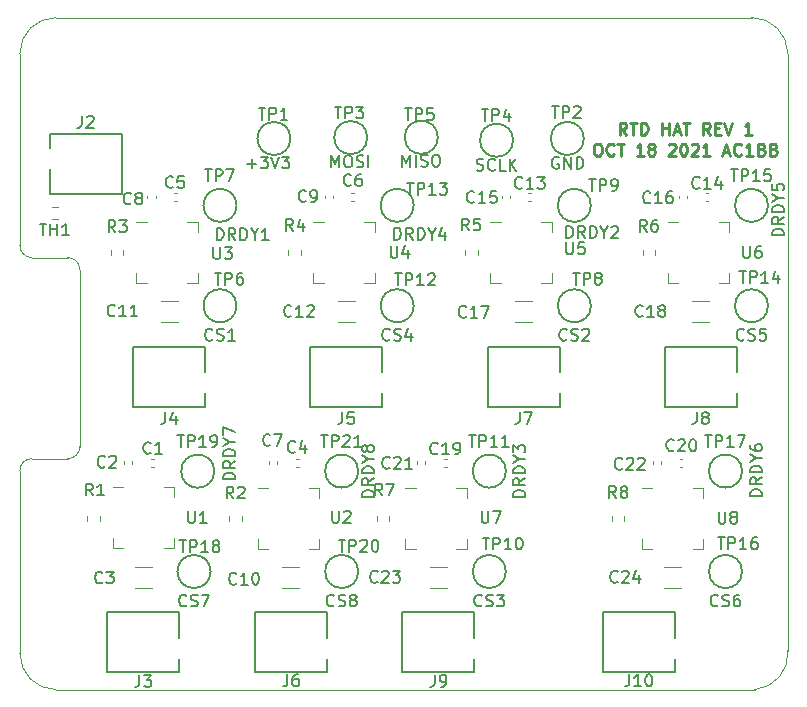
<source format=gto>
%TF.GenerationSoftware,KiCad,Pcbnew,(5.1.10)-1*%
%TF.CreationDate,2021-10-18T20:40:58-05:00*%
%TF.ProjectId,Pt100Hat,50743130-3048-4617-942e-6b696361645f,1*%
%TF.SameCoordinates,Original*%
%TF.FileFunction,Legend,Top*%
%TF.FilePolarity,Positive*%
%FSLAX46Y46*%
G04 Gerber Fmt 4.6, Leading zero omitted, Abs format (unit mm)*
G04 Created by KiCad (PCBNEW (5.1.10)-1) date 2021-10-18 20:40:58*
%MOMM*%
%LPD*%
G01*
G04 APERTURE LIST*
%ADD10C,0.254000*%
%TA.AperFunction,Profile*%
%ADD11C,0.100000*%
%TD*%
%ADD12C,0.120000*%
%ADD13C,0.150000*%
G04 APERTURE END LIST*
D10*
X153106361Y-83009619D02*
X152767695Y-82525809D01*
X152525790Y-83009619D02*
X152525790Y-81993619D01*
X152912838Y-81993619D01*
X153009600Y-82042000D01*
X153057980Y-82090380D01*
X153106361Y-82187142D01*
X153106361Y-82332285D01*
X153057980Y-82429047D01*
X153009600Y-82477428D01*
X152912838Y-82525809D01*
X152525790Y-82525809D01*
X153396647Y-81993619D02*
X153977219Y-81993619D01*
X153686933Y-83009619D02*
X153686933Y-81993619D01*
X154315885Y-83009619D02*
X154315885Y-81993619D01*
X154557790Y-81993619D01*
X154702933Y-82042000D01*
X154799695Y-82138761D01*
X154848076Y-82235523D01*
X154896457Y-82429047D01*
X154896457Y-82574190D01*
X154848076Y-82767714D01*
X154799695Y-82864476D01*
X154702933Y-82961238D01*
X154557790Y-83009619D01*
X154315885Y-83009619D01*
X156105980Y-83009619D02*
X156105980Y-81993619D01*
X156105980Y-82477428D02*
X156686552Y-82477428D01*
X156686552Y-83009619D02*
X156686552Y-81993619D01*
X157121980Y-82719333D02*
X157605790Y-82719333D01*
X157025219Y-83009619D02*
X157363885Y-81993619D01*
X157702552Y-83009619D01*
X157896076Y-81993619D02*
X158476647Y-81993619D01*
X158186361Y-83009619D02*
X158186361Y-81993619D01*
X160169980Y-83009619D02*
X159831314Y-82525809D01*
X159589409Y-83009619D02*
X159589409Y-81993619D01*
X159976457Y-81993619D01*
X160073219Y-82042000D01*
X160121600Y-82090380D01*
X160169980Y-82187142D01*
X160169980Y-82332285D01*
X160121600Y-82429047D01*
X160073219Y-82477428D01*
X159976457Y-82525809D01*
X159589409Y-82525809D01*
X160605409Y-82477428D02*
X160944076Y-82477428D01*
X161089219Y-83009619D02*
X160605409Y-83009619D01*
X160605409Y-81993619D01*
X161089219Y-81993619D01*
X161379504Y-81993619D02*
X161718171Y-83009619D01*
X162056838Y-81993619D01*
X163701790Y-83009619D02*
X163121219Y-83009619D01*
X163411504Y-83009619D02*
X163411504Y-81993619D01*
X163314742Y-82138761D01*
X163217980Y-82235523D01*
X163121219Y-82283904D01*
X150590552Y-83771619D02*
X150784076Y-83771619D01*
X150880838Y-83820000D01*
X150977600Y-83916761D01*
X151025980Y-84110285D01*
X151025980Y-84448952D01*
X150977600Y-84642476D01*
X150880838Y-84739238D01*
X150784076Y-84787619D01*
X150590552Y-84787619D01*
X150493790Y-84739238D01*
X150397028Y-84642476D01*
X150348647Y-84448952D01*
X150348647Y-84110285D01*
X150397028Y-83916761D01*
X150493790Y-83820000D01*
X150590552Y-83771619D01*
X152041980Y-84690857D02*
X151993600Y-84739238D01*
X151848457Y-84787619D01*
X151751695Y-84787619D01*
X151606552Y-84739238D01*
X151509790Y-84642476D01*
X151461409Y-84545714D01*
X151413028Y-84352190D01*
X151413028Y-84207047D01*
X151461409Y-84013523D01*
X151509790Y-83916761D01*
X151606552Y-83820000D01*
X151751695Y-83771619D01*
X151848457Y-83771619D01*
X151993600Y-83820000D01*
X152041980Y-83868380D01*
X152332266Y-83771619D02*
X152912838Y-83771619D01*
X152622552Y-84787619D02*
X152622552Y-83771619D01*
X154557790Y-84787619D02*
X153977219Y-84787619D01*
X154267504Y-84787619D02*
X154267504Y-83771619D01*
X154170742Y-83916761D01*
X154073980Y-84013523D01*
X153977219Y-84061904D01*
X155138361Y-84207047D02*
X155041600Y-84158666D01*
X154993219Y-84110285D01*
X154944838Y-84013523D01*
X154944838Y-83965142D01*
X154993219Y-83868380D01*
X155041600Y-83820000D01*
X155138361Y-83771619D01*
X155331885Y-83771619D01*
X155428647Y-83820000D01*
X155477028Y-83868380D01*
X155525409Y-83965142D01*
X155525409Y-84013523D01*
X155477028Y-84110285D01*
X155428647Y-84158666D01*
X155331885Y-84207047D01*
X155138361Y-84207047D01*
X155041600Y-84255428D01*
X154993219Y-84303809D01*
X154944838Y-84400571D01*
X154944838Y-84594095D01*
X154993219Y-84690857D01*
X155041600Y-84739238D01*
X155138361Y-84787619D01*
X155331885Y-84787619D01*
X155428647Y-84739238D01*
X155477028Y-84690857D01*
X155525409Y-84594095D01*
X155525409Y-84400571D01*
X155477028Y-84303809D01*
X155428647Y-84255428D01*
X155331885Y-84207047D01*
X156686552Y-83868380D02*
X156734933Y-83820000D01*
X156831695Y-83771619D01*
X157073600Y-83771619D01*
X157170361Y-83820000D01*
X157218742Y-83868380D01*
X157267123Y-83965142D01*
X157267123Y-84061904D01*
X157218742Y-84207047D01*
X156638171Y-84787619D01*
X157267123Y-84787619D01*
X157896076Y-83771619D02*
X157992838Y-83771619D01*
X158089600Y-83820000D01*
X158137980Y-83868380D01*
X158186361Y-83965142D01*
X158234742Y-84158666D01*
X158234742Y-84400571D01*
X158186361Y-84594095D01*
X158137980Y-84690857D01*
X158089600Y-84739238D01*
X157992838Y-84787619D01*
X157896076Y-84787619D01*
X157799314Y-84739238D01*
X157750933Y-84690857D01*
X157702552Y-84594095D01*
X157654171Y-84400571D01*
X157654171Y-84158666D01*
X157702552Y-83965142D01*
X157750933Y-83868380D01*
X157799314Y-83820000D01*
X157896076Y-83771619D01*
X158621790Y-83868380D02*
X158670171Y-83820000D01*
X158766933Y-83771619D01*
X159008838Y-83771619D01*
X159105600Y-83820000D01*
X159153980Y-83868380D01*
X159202361Y-83965142D01*
X159202361Y-84061904D01*
X159153980Y-84207047D01*
X158573409Y-84787619D01*
X159202361Y-84787619D01*
X160169980Y-84787619D02*
X159589409Y-84787619D01*
X159879695Y-84787619D02*
X159879695Y-83771619D01*
X159782933Y-83916761D01*
X159686171Y-84013523D01*
X159589409Y-84061904D01*
X161331123Y-84497333D02*
X161814933Y-84497333D01*
X161234361Y-84787619D02*
X161573028Y-83771619D01*
X161911695Y-84787619D01*
X162830933Y-84690857D02*
X162782552Y-84739238D01*
X162637409Y-84787619D01*
X162540647Y-84787619D01*
X162395504Y-84739238D01*
X162298742Y-84642476D01*
X162250361Y-84545714D01*
X162201980Y-84352190D01*
X162201980Y-84207047D01*
X162250361Y-84013523D01*
X162298742Y-83916761D01*
X162395504Y-83820000D01*
X162540647Y-83771619D01*
X162637409Y-83771619D01*
X162782552Y-83820000D01*
X162830933Y-83868380D01*
X163798552Y-84787619D02*
X163217980Y-84787619D01*
X163508266Y-84787619D02*
X163508266Y-83771619D01*
X163411504Y-83916761D01*
X163314742Y-84013523D01*
X163217980Y-84061904D01*
X164572647Y-84255428D02*
X164717790Y-84303809D01*
X164766171Y-84352190D01*
X164814552Y-84448952D01*
X164814552Y-84594095D01*
X164766171Y-84690857D01*
X164717790Y-84739238D01*
X164621028Y-84787619D01*
X164233980Y-84787619D01*
X164233980Y-83771619D01*
X164572647Y-83771619D01*
X164669409Y-83820000D01*
X164717790Y-83868380D01*
X164766171Y-83965142D01*
X164766171Y-84061904D01*
X164717790Y-84158666D01*
X164669409Y-84207047D01*
X164572647Y-84255428D01*
X164233980Y-84255428D01*
X165588647Y-84255428D02*
X165733790Y-84303809D01*
X165782171Y-84352190D01*
X165830552Y-84448952D01*
X165830552Y-84594095D01*
X165782171Y-84690857D01*
X165733790Y-84739238D01*
X165637028Y-84787619D01*
X165249980Y-84787619D01*
X165249980Y-83771619D01*
X165588647Y-83771619D01*
X165685409Y-83820000D01*
X165733790Y-83868380D01*
X165782171Y-83965142D01*
X165782171Y-84061904D01*
X165733790Y-84158666D01*
X165685409Y-84207047D01*
X165588647Y-84255428D01*
X165249980Y-84255428D01*
D11*
X104800400Y-129997200D02*
X163982400Y-129997200D01*
X163728400Y-73101200D02*
X104800400Y-73101200D01*
X166776400Y-76149200D02*
G75*
G03*
X163728400Y-73101200I-3048000J0D01*
G01*
X101752400Y-111455200D02*
X101752400Y-126949200D01*
X102768400Y-110439200D02*
X105816400Y-110439200D01*
X106832400Y-94437200D02*
X106832400Y-109423200D01*
X102768400Y-93421200D02*
X105816400Y-93421200D01*
X101752400Y-76149200D02*
X101752400Y-92405200D01*
X104800400Y-73101200D02*
G75*
G03*
X101752400Y-76149200I0J-3048000D01*
G01*
X166776400Y-126695200D02*
X166776400Y-76149200D01*
X106832400Y-94437200D02*
G75*
G03*
X105816400Y-93421200I-1016000J0D01*
G01*
X105816400Y-110439200D02*
G75*
G03*
X106832400Y-109423200I0J1016000D01*
G01*
X102768400Y-110439200D02*
G75*
G03*
X101752400Y-111455200I0J-1016000D01*
G01*
X101752400Y-92405200D02*
G75*
G03*
X102768400Y-93421200I1016000J0D01*
G01*
X101752400Y-126949200D02*
G75*
G03*
X104800400Y-129997200I3048000J0D01*
G01*
X163982400Y-129997200D02*
G75*
G03*
X166776400Y-126695200I-254000J3048000D01*
G01*
D12*
%TO.C,U1*%
X110507000Y-112808000D02*
X109607000Y-112808000D01*
X114827000Y-118028000D02*
X114827000Y-117128000D01*
X113927000Y-118028000D02*
X114827000Y-118028000D01*
X109607000Y-118028000D02*
X109607000Y-117128000D01*
X110507000Y-118028000D02*
X109607000Y-118028000D01*
X114827000Y-112808000D02*
X114827000Y-113708000D01*
X113927000Y-112808000D02*
X114827000Y-112808000D01*
D13*
%TO.C,J4*%
X111352000Y-106040000D02*
X117448000Y-106040000D01*
X117448000Y-100960000D02*
X111352000Y-100960000D01*
X111352000Y-100960000D02*
X111352000Y-106040000D01*
X117448000Y-100960000D02*
X117448000Y-103119000D01*
X117448000Y-106040000D02*
X117448000Y-104897000D01*
D12*
%TO.C,C1*%
X112884165Y-111160000D02*
X113115835Y-111160000D01*
X112884165Y-110440000D02*
X113115835Y-110440000D01*
%TO.C,C2*%
X110560000Y-110684165D02*
X110560000Y-110915835D01*
X111280000Y-110684165D02*
X111280000Y-110915835D01*
%TO.C,C3*%
X112911252Y-121410000D02*
X111488748Y-121410000D01*
X112911252Y-119590000D02*
X111488748Y-119590000D01*
%TO.C,C4*%
X125115165Y-111160000D02*
X125346835Y-111160000D01*
X125115165Y-110440000D02*
X125346835Y-110440000D01*
%TO.C,C5*%
X114828165Y-87940000D02*
X115059835Y-87940000D01*
X114828165Y-88660000D02*
X115059835Y-88660000D01*
%TO.C,C6*%
X129830165Y-87940000D02*
X130061835Y-87940000D01*
X129830165Y-88660000D02*
X130061835Y-88660000D01*
%TO.C,C7*%
X123550000Y-110684165D02*
X123550000Y-110915835D01*
X122830000Y-110684165D02*
X122830000Y-110915835D01*
%TO.C,C8*%
X112543000Y-88184165D02*
X112543000Y-88415835D01*
X113263000Y-88184165D02*
X113263000Y-88415835D01*
%TO.C,C9*%
X128274000Y-88184165D02*
X128274000Y-88415835D01*
X127554000Y-88184165D02*
X127554000Y-88415835D01*
%TO.C,C10*%
X125411252Y-121410000D02*
X123988748Y-121410000D01*
X125411252Y-119590000D02*
X123988748Y-119590000D01*
%TO.C,C11*%
X115111252Y-97090000D02*
X113688748Y-97090000D01*
X115111252Y-98910000D02*
X113688748Y-98910000D01*
%TO.C,C12*%
X130111252Y-97090000D02*
X128688748Y-97090000D01*
X130111252Y-98910000D02*
X128688748Y-98910000D01*
%TO.C,C13*%
X144816165Y-87940000D02*
X145047835Y-87940000D01*
X144816165Y-88660000D02*
X145047835Y-88660000D01*
%TO.C,C14*%
X159828165Y-87940000D02*
X160059835Y-87940000D01*
X159828165Y-88660000D02*
X160059835Y-88660000D01*
%TO.C,C15*%
X142540000Y-88184165D02*
X142540000Y-88415835D01*
X143260000Y-88184165D02*
X143260000Y-88415835D01*
%TO.C,C16*%
X157526000Y-88184165D02*
X157526000Y-88415835D01*
X158246000Y-88184165D02*
X158246000Y-88415835D01*
%TO.C,C17*%
X145111252Y-98910000D02*
X143688748Y-98910000D01*
X145111252Y-97090000D02*
X143688748Y-97090000D01*
%TO.C,C18*%
X160111252Y-97090000D02*
X158688748Y-97090000D01*
X160111252Y-98910000D02*
X158688748Y-98910000D01*
%TO.C,C19*%
X137654165Y-110440000D02*
X137885835Y-110440000D01*
X137654165Y-111160000D02*
X137885835Y-111160000D01*
%TO.C,C20*%
X157618165Y-110440000D02*
X157849835Y-110440000D01*
X157618165Y-111160000D02*
X157849835Y-111160000D01*
%TO.C,C21*%
X135352000Y-110684165D02*
X135352000Y-110915835D01*
X136072000Y-110684165D02*
X136072000Y-110915835D01*
%TO.C,C22*%
X155342000Y-110684165D02*
X155342000Y-110915835D01*
X156062000Y-110684165D02*
X156062000Y-110915835D01*
%TO.C,C23*%
X137911252Y-119590000D02*
X136488748Y-119590000D01*
X137911252Y-121410000D02*
X136488748Y-121410000D01*
%TO.C,C24*%
X157734252Y-121410000D02*
X156311748Y-121410000D01*
X157734252Y-119590000D02*
X156311748Y-119590000D01*
D13*
%TO.C,J2*%
X110388000Y-82981800D02*
X104292000Y-82981800D01*
X104292000Y-88061800D02*
X110388000Y-88061800D01*
X110388000Y-88061800D02*
X110388000Y-82981800D01*
X104292000Y-88061800D02*
X104292000Y-85902800D01*
X104292000Y-82981800D02*
X104292000Y-84124800D01*
%TO.C,J3*%
X109152000Y-128540000D02*
X115248000Y-128540000D01*
X115248000Y-123460000D02*
X109152000Y-123460000D01*
X109152000Y-123460000D02*
X109152000Y-128540000D01*
X115248000Y-123460000D02*
X115248000Y-125619000D01*
X115248000Y-128540000D02*
X115248000Y-127397000D01*
%TO.C,J5*%
X132448000Y-106040000D02*
X132448000Y-104897000D01*
X132448000Y-100960000D02*
X132448000Y-103119000D01*
X126352000Y-100960000D02*
X126352000Y-106040000D01*
X132448000Y-100960000D02*
X126352000Y-100960000D01*
X126352000Y-106040000D02*
X132448000Y-106040000D01*
%TO.C,J6*%
X127748000Y-128540000D02*
X127748000Y-127397000D01*
X127748000Y-123460000D02*
X127748000Y-125619000D01*
X121652000Y-123460000D02*
X121652000Y-128540000D01*
X127748000Y-123460000D02*
X121652000Y-123460000D01*
X121652000Y-128540000D02*
X127748000Y-128540000D01*
%TO.C,J7*%
X147448000Y-106040000D02*
X147448000Y-104897000D01*
X147448000Y-100960000D02*
X147448000Y-103119000D01*
X141352000Y-100960000D02*
X141352000Y-106040000D01*
X147448000Y-100960000D02*
X141352000Y-100960000D01*
X141352000Y-106040000D02*
X147448000Y-106040000D01*
%TO.C,J8*%
X156352000Y-106040000D02*
X162448000Y-106040000D01*
X162448000Y-100960000D02*
X156352000Y-100960000D01*
X156352000Y-100960000D02*
X156352000Y-106040000D01*
X162448000Y-100960000D02*
X162448000Y-103119000D01*
X162448000Y-106040000D02*
X162448000Y-104897000D01*
%TO.C,J9*%
X134152000Y-128540000D02*
X140248000Y-128540000D01*
X140248000Y-123460000D02*
X134152000Y-123460000D01*
X134152000Y-123460000D02*
X134152000Y-128540000D01*
X140248000Y-123460000D02*
X140248000Y-125619000D01*
X140248000Y-128540000D02*
X140248000Y-127397000D01*
%TO.C,J10*%
X157201000Y-128540000D02*
X157201000Y-127397000D01*
X157201000Y-123460000D02*
X157201000Y-125619000D01*
X151105000Y-123460000D02*
X151105000Y-128540000D01*
X157201000Y-123460000D02*
X151105000Y-123460000D01*
X151105000Y-128540000D02*
X157201000Y-128540000D01*
D12*
%TO.C,R1*%
X107477500Y-115262742D02*
X107477500Y-115737258D01*
X108522500Y-115262742D02*
X108522500Y-115737258D01*
%TO.C,R2*%
X119477500Y-115262742D02*
X119477500Y-115737258D01*
X120522500Y-115262742D02*
X120522500Y-115737258D01*
%TO.C,R3*%
X110522500Y-92762742D02*
X110522500Y-93237258D01*
X109477500Y-92762742D02*
X109477500Y-93237258D01*
%TO.C,R4*%
X125522500Y-92762742D02*
X125522500Y-93237258D01*
X124477500Y-92762742D02*
X124477500Y-93237258D01*
%TO.C,R5*%
X140522500Y-92762742D02*
X140522500Y-93237258D01*
X139477500Y-92762742D02*
X139477500Y-93237258D01*
%TO.C,R6*%
X155522500Y-92762742D02*
X155522500Y-93237258D01*
X154477500Y-92762742D02*
X154477500Y-93237258D01*
%TO.C,R7*%
X131977500Y-115262742D02*
X131977500Y-115737258D01*
X133022500Y-115262742D02*
X133022500Y-115737258D01*
%TO.C,R8*%
X151877500Y-115262742D02*
X151877500Y-115737258D01*
X152922500Y-115262742D02*
X152922500Y-115737258D01*
%TO.C,TH1*%
X104961258Y-90184500D02*
X104486742Y-90184500D01*
X104961258Y-89139500D02*
X104486742Y-89139500D01*
D13*
%TO.C,TP1*%
X124666000Y-83337400D02*
G75*
G03*
X124666000Y-83337400I-1400000J0D01*
G01*
%TO.C,TP2*%
X149507000Y-83337400D02*
G75*
G03*
X149507000Y-83337400I-1400000J0D01*
G01*
%TO.C,TP3*%
X131169000Y-83261200D02*
G75*
G03*
X131169000Y-83261200I-1400000J0D01*
G01*
%TO.C,TP4*%
X143513000Y-83489800D02*
G75*
G03*
X143513000Y-83489800I-1400000J0D01*
G01*
%TO.C,TP5*%
X137138000Y-83235800D02*
G75*
G03*
X137138000Y-83235800I-1400000J0D01*
G01*
%TO.C,TP6*%
X120100000Y-97500000D02*
G75*
G03*
X120100000Y-97500000I-1400000J0D01*
G01*
%TO.C,TP7*%
X120100000Y-89000000D02*
G75*
G03*
X120100000Y-89000000I-1400000J0D01*
G01*
%TO.C,TP8*%
X150100000Y-97500000D02*
G75*
G03*
X150100000Y-97500000I-1400000J0D01*
G01*
%TO.C,TP9*%
X150100000Y-89000000D02*
G75*
G03*
X150100000Y-89000000I-1400000J0D01*
G01*
%TO.C,TP10*%
X142900000Y-120000000D02*
G75*
G03*
X142900000Y-120000000I-1400000J0D01*
G01*
%TO.C,TP11*%
X142900000Y-111500000D02*
G75*
G03*
X142900000Y-111500000I-1400000J0D01*
G01*
%TO.C,TP12*%
X135100000Y-97500000D02*
G75*
G03*
X135100000Y-97500000I-1400000J0D01*
G01*
%TO.C,TP13*%
X135100000Y-89000000D02*
G75*
G03*
X135100000Y-89000000I-1400000J0D01*
G01*
%TO.C,TP14*%
X165100000Y-97500000D02*
G75*
G03*
X165100000Y-97500000I-1400000J0D01*
G01*
%TO.C,TP15*%
X165100000Y-89000000D02*
G75*
G03*
X165100000Y-89000000I-1400000J0D01*
G01*
%TO.C,TP16*%
X162900000Y-120000000D02*
G75*
G03*
X162900000Y-120000000I-1400000J0D01*
G01*
%TO.C,TP17*%
X162900000Y-111500000D02*
G75*
G03*
X162900000Y-111500000I-1400000J0D01*
G01*
%TO.C,TP18*%
X117900000Y-120000000D02*
G75*
G03*
X117900000Y-120000000I-1400000J0D01*
G01*
%TO.C,TP19*%
X118214600Y-111506000D02*
G75*
G03*
X118214600Y-111506000I-1400000J0D01*
G01*
%TO.C,TP20*%
X130400000Y-120000000D02*
G75*
G03*
X130400000Y-120000000I-1400000J0D01*
G01*
%TO.C,TP21*%
X130400000Y-111500000D02*
G75*
G03*
X130400000Y-111500000I-1400000J0D01*
G01*
D12*
%TO.C,U2*%
X126210000Y-112890000D02*
X127110000Y-112890000D01*
X127110000Y-112890000D02*
X127110000Y-113790000D01*
X122790000Y-118110000D02*
X121890000Y-118110000D01*
X121890000Y-118110000D02*
X121890000Y-117210000D01*
X126210000Y-118110000D02*
X127110000Y-118110000D01*
X127110000Y-118110000D02*
X127110000Y-117210000D01*
X122790000Y-112890000D02*
X121890000Y-112890000D01*
%TO.C,U3*%
X112490000Y-90390000D02*
X111590000Y-90390000D01*
X116810000Y-95610000D02*
X116810000Y-94710000D01*
X115910000Y-95610000D02*
X116810000Y-95610000D01*
X111590000Y-95610000D02*
X111590000Y-94710000D01*
X112490000Y-95610000D02*
X111590000Y-95610000D01*
X116810000Y-90390000D02*
X116810000Y-91290000D01*
X115910000Y-90390000D02*
X116810000Y-90390000D01*
%TO.C,U4*%
X127490000Y-90390000D02*
X126590000Y-90390000D01*
X131810000Y-95610000D02*
X131810000Y-94710000D01*
X130910000Y-95610000D02*
X131810000Y-95610000D01*
X126590000Y-95610000D02*
X126590000Y-94710000D01*
X127490000Y-95610000D02*
X126590000Y-95610000D01*
X131810000Y-90390000D02*
X131810000Y-91290000D01*
X130910000Y-90390000D02*
X131810000Y-90390000D01*
%TO.C,U5*%
X142490000Y-90390000D02*
X141590000Y-90390000D01*
X146810000Y-95610000D02*
X146810000Y-94710000D01*
X145910000Y-95610000D02*
X146810000Y-95610000D01*
X141590000Y-95610000D02*
X141590000Y-94710000D01*
X142490000Y-95610000D02*
X141590000Y-95610000D01*
X146810000Y-90390000D02*
X146810000Y-91290000D01*
X145910000Y-90390000D02*
X146810000Y-90390000D01*
%TO.C,U6*%
X160910000Y-90390000D02*
X161810000Y-90390000D01*
X161810000Y-90390000D02*
X161810000Y-91290000D01*
X157490000Y-95610000D02*
X156590000Y-95610000D01*
X156590000Y-95610000D02*
X156590000Y-94710000D01*
X160910000Y-95610000D02*
X161810000Y-95610000D01*
X161810000Y-95610000D02*
X161810000Y-94710000D01*
X157490000Y-90390000D02*
X156590000Y-90390000D01*
%TO.C,U7*%
X138710000Y-112890000D02*
X139610000Y-112890000D01*
X139610000Y-112890000D02*
X139610000Y-113790000D01*
X135290000Y-118110000D02*
X134390000Y-118110000D01*
X134390000Y-118110000D02*
X134390000Y-117210000D01*
X138710000Y-118110000D02*
X139610000Y-118110000D01*
X139610000Y-118110000D02*
X139610000Y-117210000D01*
X135290000Y-112890000D02*
X134390000Y-112890000D01*
%TO.C,U8*%
X155290000Y-112890000D02*
X154390000Y-112890000D01*
X159610000Y-118110000D02*
X159610000Y-117210000D01*
X158710000Y-118110000D02*
X159610000Y-118110000D01*
X154390000Y-118110000D02*
X154390000Y-117210000D01*
X155290000Y-118110000D02*
X154390000Y-118110000D01*
X159610000Y-112890000D02*
X159610000Y-113790000D01*
X158710000Y-112890000D02*
X159610000Y-112890000D01*
%TD*%
%TO.C,U1*%
D13*
X116001695Y-114895780D02*
X116001695Y-115705304D01*
X116049314Y-115800542D01*
X116096933Y-115848161D01*
X116192171Y-115895780D01*
X116382647Y-115895780D01*
X116477885Y-115848161D01*
X116525504Y-115800542D01*
X116573123Y-115705304D01*
X116573123Y-114895780D01*
X117573123Y-115895780D02*
X117001695Y-115895780D01*
X117287409Y-115895780D02*
X117287409Y-114895780D01*
X117192171Y-115038638D01*
X117096933Y-115133876D01*
X117001695Y-115181495D01*
%TO.C,J4*%
X114066666Y-106508380D02*
X114066666Y-107222666D01*
X114019047Y-107365523D01*
X113923809Y-107460761D01*
X113780952Y-107508380D01*
X113685714Y-107508380D01*
X114971428Y-106841714D02*
X114971428Y-107508380D01*
X114733333Y-106460761D02*
X114495238Y-107175047D01*
X115114285Y-107175047D01*
%TO.C,C1*%
X112833333Y-109937942D02*
X112785714Y-109985561D01*
X112642857Y-110033180D01*
X112547619Y-110033180D01*
X112404761Y-109985561D01*
X112309523Y-109890323D01*
X112261904Y-109795085D01*
X112214285Y-109604609D01*
X112214285Y-109461752D01*
X112261904Y-109271276D01*
X112309523Y-109176038D01*
X112404761Y-109080800D01*
X112547619Y-109033180D01*
X112642857Y-109033180D01*
X112785714Y-109080800D01*
X112833333Y-109128419D01*
X113785714Y-110033180D02*
X113214285Y-110033180D01*
X113500000Y-110033180D02*
X113500000Y-109033180D01*
X113404761Y-109176038D01*
X113309523Y-109271276D01*
X113214285Y-109318895D01*
%TO.C,C2*%
X108951733Y-111101142D02*
X108904114Y-111148761D01*
X108761257Y-111196380D01*
X108666019Y-111196380D01*
X108523161Y-111148761D01*
X108427923Y-111053523D01*
X108380304Y-110958285D01*
X108332685Y-110767809D01*
X108332685Y-110624952D01*
X108380304Y-110434476D01*
X108427923Y-110339238D01*
X108523161Y-110244000D01*
X108666019Y-110196380D01*
X108761257Y-110196380D01*
X108904114Y-110244000D01*
X108951733Y-110291619D01*
X109332685Y-110291619D02*
X109380304Y-110244000D01*
X109475542Y-110196380D01*
X109713638Y-110196380D01*
X109808876Y-110244000D01*
X109856495Y-110291619D01*
X109904114Y-110386857D01*
X109904114Y-110482095D01*
X109856495Y-110624952D01*
X109285066Y-111196380D01*
X109904114Y-111196380D01*
%TO.C,C3*%
X108731333Y-120907942D02*
X108683714Y-120955561D01*
X108540857Y-121003180D01*
X108445619Y-121003180D01*
X108302761Y-120955561D01*
X108207523Y-120860323D01*
X108159904Y-120765085D01*
X108112285Y-120574609D01*
X108112285Y-120431752D01*
X108159904Y-120241276D01*
X108207523Y-120146038D01*
X108302761Y-120050800D01*
X108445619Y-120003180D01*
X108540857Y-120003180D01*
X108683714Y-120050800D01*
X108731333Y-120098419D01*
X109064666Y-120003180D02*
X109683714Y-120003180D01*
X109350380Y-120384133D01*
X109493238Y-120384133D01*
X109588476Y-120431752D01*
X109636095Y-120479371D01*
X109683714Y-120574609D01*
X109683714Y-120812704D01*
X109636095Y-120907942D01*
X109588476Y-120955561D01*
X109493238Y-121003180D01*
X109207523Y-121003180D01*
X109112285Y-120955561D01*
X109064666Y-120907942D01*
%TO.C,C4*%
X125055633Y-109842342D02*
X125008014Y-109889961D01*
X124865157Y-109937580D01*
X124769919Y-109937580D01*
X124627061Y-109889961D01*
X124531823Y-109794723D01*
X124484204Y-109699485D01*
X124436585Y-109509009D01*
X124436585Y-109366152D01*
X124484204Y-109175676D01*
X124531823Y-109080438D01*
X124627061Y-108985200D01*
X124769919Y-108937580D01*
X124865157Y-108937580D01*
X125008014Y-108985200D01*
X125055633Y-109032819D01*
X125912776Y-109270914D02*
X125912776Y-109937580D01*
X125674680Y-108889961D02*
X125436585Y-109604247D01*
X126055633Y-109604247D01*
%TO.C,C5*%
X114717833Y-87437942D02*
X114670214Y-87485561D01*
X114527357Y-87533180D01*
X114432119Y-87533180D01*
X114289261Y-87485561D01*
X114194023Y-87390323D01*
X114146404Y-87295085D01*
X114098785Y-87104609D01*
X114098785Y-86961752D01*
X114146404Y-86771276D01*
X114194023Y-86676038D01*
X114289261Y-86580800D01*
X114432119Y-86533180D01*
X114527357Y-86533180D01*
X114670214Y-86580800D01*
X114717833Y-86628419D01*
X115622595Y-86533180D02*
X115146404Y-86533180D01*
X115098785Y-87009371D01*
X115146404Y-86961752D01*
X115241642Y-86914133D01*
X115479738Y-86914133D01*
X115574976Y-86961752D01*
X115622595Y-87009371D01*
X115670214Y-87104609D01*
X115670214Y-87342704D01*
X115622595Y-87437942D01*
X115574976Y-87485561D01*
X115479738Y-87533180D01*
X115241642Y-87533180D01*
X115146404Y-87485561D01*
X115098785Y-87437942D01*
%TO.C,C6*%
X129779333Y-87260142D02*
X129731714Y-87307761D01*
X129588857Y-87355380D01*
X129493619Y-87355380D01*
X129350761Y-87307761D01*
X129255523Y-87212523D01*
X129207904Y-87117285D01*
X129160285Y-86926809D01*
X129160285Y-86783952D01*
X129207904Y-86593476D01*
X129255523Y-86498238D01*
X129350761Y-86403000D01*
X129493619Y-86355380D01*
X129588857Y-86355380D01*
X129731714Y-86403000D01*
X129779333Y-86450619D01*
X130636476Y-86355380D02*
X130446000Y-86355380D01*
X130350761Y-86403000D01*
X130303142Y-86450619D01*
X130207904Y-86593476D01*
X130160285Y-86783952D01*
X130160285Y-87164904D01*
X130207904Y-87260142D01*
X130255523Y-87307761D01*
X130350761Y-87355380D01*
X130541238Y-87355380D01*
X130636476Y-87307761D01*
X130684095Y-87260142D01*
X130731714Y-87164904D01*
X130731714Y-86926809D01*
X130684095Y-86831571D01*
X130636476Y-86783952D01*
X130541238Y-86736333D01*
X130350761Y-86736333D01*
X130255523Y-86783952D01*
X130207904Y-86831571D01*
X130160285Y-86926809D01*
%TO.C,C7*%
X122972533Y-109272342D02*
X122924914Y-109319961D01*
X122782057Y-109367580D01*
X122686819Y-109367580D01*
X122543961Y-109319961D01*
X122448723Y-109224723D01*
X122401104Y-109129485D01*
X122353485Y-108939009D01*
X122353485Y-108796152D01*
X122401104Y-108605676D01*
X122448723Y-108510438D01*
X122543961Y-108415200D01*
X122686819Y-108367580D01*
X122782057Y-108367580D01*
X122924914Y-108415200D01*
X122972533Y-108462819D01*
X123305866Y-108367580D02*
X123972533Y-108367580D01*
X123543961Y-109367580D01*
%TO.C,C8*%
X111161533Y-88825342D02*
X111113914Y-88872961D01*
X110971057Y-88920580D01*
X110875819Y-88920580D01*
X110732961Y-88872961D01*
X110637723Y-88777723D01*
X110590104Y-88682485D01*
X110542485Y-88492009D01*
X110542485Y-88349152D01*
X110590104Y-88158676D01*
X110637723Y-88063438D01*
X110732961Y-87968200D01*
X110875819Y-87920580D01*
X110971057Y-87920580D01*
X111113914Y-87968200D01*
X111161533Y-88015819D01*
X111732961Y-88349152D02*
X111637723Y-88301533D01*
X111590104Y-88253914D01*
X111542485Y-88158676D01*
X111542485Y-88111057D01*
X111590104Y-88015819D01*
X111637723Y-87968200D01*
X111732961Y-87920580D01*
X111923438Y-87920580D01*
X112018676Y-87968200D01*
X112066295Y-88015819D01*
X112113914Y-88111057D01*
X112113914Y-88158676D01*
X112066295Y-88253914D01*
X112018676Y-88301533D01*
X111923438Y-88349152D01*
X111732961Y-88349152D01*
X111637723Y-88396771D01*
X111590104Y-88444390D01*
X111542485Y-88539628D01*
X111542485Y-88730104D01*
X111590104Y-88825342D01*
X111637723Y-88872961D01*
X111732961Y-88920580D01*
X111923438Y-88920580D01*
X112018676Y-88872961D01*
X112066295Y-88825342D01*
X112113914Y-88730104D01*
X112113914Y-88539628D01*
X112066295Y-88444390D01*
X112018676Y-88396771D01*
X111923438Y-88349152D01*
%TO.C,C9*%
X125969333Y-88622142D02*
X125921714Y-88669761D01*
X125778857Y-88717380D01*
X125683619Y-88717380D01*
X125540761Y-88669761D01*
X125445523Y-88574523D01*
X125397904Y-88479285D01*
X125350285Y-88288809D01*
X125350285Y-88145952D01*
X125397904Y-87955476D01*
X125445523Y-87860238D01*
X125540761Y-87765000D01*
X125683619Y-87717380D01*
X125778857Y-87717380D01*
X125921714Y-87765000D01*
X125969333Y-87812619D01*
X126445523Y-88717380D02*
X126636000Y-88717380D01*
X126731238Y-88669761D01*
X126778857Y-88622142D01*
X126874095Y-88479285D01*
X126921714Y-88288809D01*
X126921714Y-87907857D01*
X126874095Y-87812619D01*
X126826476Y-87765000D01*
X126731238Y-87717380D01*
X126540761Y-87717380D01*
X126445523Y-87765000D01*
X126397904Y-87812619D01*
X126350285Y-87907857D01*
X126350285Y-88145952D01*
X126397904Y-88241190D01*
X126445523Y-88288809D01*
X126540761Y-88336428D01*
X126731238Y-88336428D01*
X126826476Y-88288809D01*
X126874095Y-88241190D01*
X126921714Y-88145952D01*
%TO.C,C10*%
X120094742Y-121009542D02*
X120047123Y-121057161D01*
X119904266Y-121104780D01*
X119809028Y-121104780D01*
X119666171Y-121057161D01*
X119570933Y-120961923D01*
X119523314Y-120866685D01*
X119475695Y-120676209D01*
X119475695Y-120533352D01*
X119523314Y-120342876D01*
X119570933Y-120247638D01*
X119666171Y-120152400D01*
X119809028Y-120104780D01*
X119904266Y-120104780D01*
X120047123Y-120152400D01*
X120094742Y-120200019D01*
X121047123Y-121104780D02*
X120475695Y-121104780D01*
X120761409Y-121104780D02*
X120761409Y-120104780D01*
X120666171Y-120247638D01*
X120570933Y-120342876D01*
X120475695Y-120390495D01*
X121666171Y-120104780D02*
X121761409Y-120104780D01*
X121856647Y-120152400D01*
X121904266Y-120200019D01*
X121951885Y-120295257D01*
X121999504Y-120485733D01*
X121999504Y-120723828D01*
X121951885Y-120914304D01*
X121904266Y-121009542D01*
X121856647Y-121057161D01*
X121761409Y-121104780D01*
X121666171Y-121104780D01*
X121570933Y-121057161D01*
X121523314Y-121009542D01*
X121475695Y-120914304D01*
X121428076Y-120723828D01*
X121428076Y-120485733D01*
X121475695Y-120295257D01*
X121523314Y-120200019D01*
X121570933Y-120152400D01*
X121666171Y-120104780D01*
%TO.C,C11*%
X109794742Y-98306342D02*
X109747123Y-98353961D01*
X109604266Y-98401580D01*
X109509028Y-98401580D01*
X109366171Y-98353961D01*
X109270933Y-98258723D01*
X109223314Y-98163485D01*
X109175695Y-97973009D01*
X109175695Y-97830152D01*
X109223314Y-97639676D01*
X109270933Y-97544438D01*
X109366171Y-97449200D01*
X109509028Y-97401580D01*
X109604266Y-97401580D01*
X109747123Y-97449200D01*
X109794742Y-97496819D01*
X110747123Y-98401580D02*
X110175695Y-98401580D01*
X110461409Y-98401580D02*
X110461409Y-97401580D01*
X110366171Y-97544438D01*
X110270933Y-97639676D01*
X110175695Y-97687295D01*
X111699504Y-98401580D02*
X111128076Y-98401580D01*
X111413790Y-98401580D02*
X111413790Y-97401580D01*
X111318552Y-97544438D01*
X111223314Y-97639676D01*
X111128076Y-97687295D01*
%TO.C,C12*%
X124743942Y-98357142D02*
X124696323Y-98404761D01*
X124553466Y-98452380D01*
X124458228Y-98452380D01*
X124315371Y-98404761D01*
X124220133Y-98309523D01*
X124172514Y-98214285D01*
X124124895Y-98023809D01*
X124124895Y-97880952D01*
X124172514Y-97690476D01*
X124220133Y-97595238D01*
X124315371Y-97500000D01*
X124458228Y-97452380D01*
X124553466Y-97452380D01*
X124696323Y-97500000D01*
X124743942Y-97547619D01*
X125696323Y-98452380D02*
X125124895Y-98452380D01*
X125410609Y-98452380D02*
X125410609Y-97452380D01*
X125315371Y-97595238D01*
X125220133Y-97690476D01*
X125124895Y-97738095D01*
X126077276Y-97547619D02*
X126124895Y-97500000D01*
X126220133Y-97452380D01*
X126458228Y-97452380D01*
X126553466Y-97500000D01*
X126601085Y-97547619D01*
X126648704Y-97642857D01*
X126648704Y-97738095D01*
X126601085Y-97880952D01*
X126029657Y-98452380D01*
X126648704Y-98452380D01*
%TO.C,C13*%
X144289142Y-87497142D02*
X144241523Y-87544761D01*
X144098666Y-87592380D01*
X144003428Y-87592380D01*
X143860571Y-87544761D01*
X143765333Y-87449523D01*
X143717714Y-87354285D01*
X143670095Y-87163809D01*
X143670095Y-87020952D01*
X143717714Y-86830476D01*
X143765333Y-86735238D01*
X143860571Y-86640000D01*
X144003428Y-86592380D01*
X144098666Y-86592380D01*
X144241523Y-86640000D01*
X144289142Y-86687619D01*
X145241523Y-87592380D02*
X144670095Y-87592380D01*
X144955809Y-87592380D02*
X144955809Y-86592380D01*
X144860571Y-86735238D01*
X144765333Y-86830476D01*
X144670095Y-86878095D01*
X145574857Y-86592380D02*
X146193904Y-86592380D01*
X145860571Y-86973333D01*
X146003428Y-86973333D01*
X146098666Y-87020952D01*
X146146285Y-87068571D01*
X146193904Y-87163809D01*
X146193904Y-87401904D01*
X146146285Y-87497142D01*
X146098666Y-87544761D01*
X146003428Y-87592380D01*
X145717714Y-87592380D01*
X145622476Y-87544761D01*
X145574857Y-87497142D01*
%TO.C,C14*%
X159301142Y-87497142D02*
X159253523Y-87544761D01*
X159110666Y-87592380D01*
X159015428Y-87592380D01*
X158872571Y-87544761D01*
X158777333Y-87449523D01*
X158729714Y-87354285D01*
X158682095Y-87163809D01*
X158682095Y-87020952D01*
X158729714Y-86830476D01*
X158777333Y-86735238D01*
X158872571Y-86640000D01*
X159015428Y-86592380D01*
X159110666Y-86592380D01*
X159253523Y-86640000D01*
X159301142Y-86687619D01*
X160253523Y-87592380D02*
X159682095Y-87592380D01*
X159967809Y-87592380D02*
X159967809Y-86592380D01*
X159872571Y-86735238D01*
X159777333Y-86830476D01*
X159682095Y-86878095D01*
X161110666Y-86925714D02*
X161110666Y-87592380D01*
X160872571Y-86544761D02*
X160634476Y-87259047D01*
X161253523Y-87259047D01*
%TO.C,C15*%
X140225142Y-88698342D02*
X140177523Y-88745961D01*
X140034666Y-88793580D01*
X139939428Y-88793580D01*
X139796571Y-88745961D01*
X139701333Y-88650723D01*
X139653714Y-88555485D01*
X139606095Y-88365009D01*
X139606095Y-88222152D01*
X139653714Y-88031676D01*
X139701333Y-87936438D01*
X139796571Y-87841200D01*
X139939428Y-87793580D01*
X140034666Y-87793580D01*
X140177523Y-87841200D01*
X140225142Y-87888819D01*
X141177523Y-88793580D02*
X140606095Y-88793580D01*
X140891809Y-88793580D02*
X140891809Y-87793580D01*
X140796571Y-87936438D01*
X140701333Y-88031676D01*
X140606095Y-88079295D01*
X142082285Y-87793580D02*
X141606095Y-87793580D01*
X141558476Y-88269771D01*
X141606095Y-88222152D01*
X141701333Y-88174533D01*
X141939428Y-88174533D01*
X142034666Y-88222152D01*
X142082285Y-88269771D01*
X142129904Y-88365009D01*
X142129904Y-88603104D01*
X142082285Y-88698342D01*
X142034666Y-88745961D01*
X141939428Y-88793580D01*
X141701333Y-88793580D01*
X141606095Y-88745961D01*
X141558476Y-88698342D01*
%TO.C,C16*%
X155134942Y-88723742D02*
X155087323Y-88771361D01*
X154944466Y-88818980D01*
X154849228Y-88818980D01*
X154706371Y-88771361D01*
X154611133Y-88676123D01*
X154563514Y-88580885D01*
X154515895Y-88390409D01*
X154515895Y-88247552D01*
X154563514Y-88057076D01*
X154611133Y-87961838D01*
X154706371Y-87866600D01*
X154849228Y-87818980D01*
X154944466Y-87818980D01*
X155087323Y-87866600D01*
X155134942Y-87914219D01*
X156087323Y-88818980D02*
X155515895Y-88818980D01*
X155801609Y-88818980D02*
X155801609Y-87818980D01*
X155706371Y-87961838D01*
X155611133Y-88057076D01*
X155515895Y-88104695D01*
X156944466Y-87818980D02*
X156753990Y-87818980D01*
X156658752Y-87866600D01*
X156611133Y-87914219D01*
X156515895Y-88057076D01*
X156468276Y-88247552D01*
X156468276Y-88628504D01*
X156515895Y-88723742D01*
X156563514Y-88771361D01*
X156658752Y-88818980D01*
X156849228Y-88818980D01*
X156944466Y-88771361D01*
X156992085Y-88723742D01*
X157039704Y-88628504D01*
X157039704Y-88390409D01*
X156992085Y-88295171D01*
X156944466Y-88247552D01*
X156849228Y-88199933D01*
X156658752Y-88199933D01*
X156563514Y-88247552D01*
X156515895Y-88295171D01*
X156468276Y-88390409D01*
%TO.C,C17*%
X139540742Y-98407942D02*
X139493123Y-98455561D01*
X139350266Y-98503180D01*
X139255028Y-98503180D01*
X139112171Y-98455561D01*
X139016933Y-98360323D01*
X138969314Y-98265085D01*
X138921695Y-98074609D01*
X138921695Y-97931752D01*
X138969314Y-97741276D01*
X139016933Y-97646038D01*
X139112171Y-97550800D01*
X139255028Y-97503180D01*
X139350266Y-97503180D01*
X139493123Y-97550800D01*
X139540742Y-97598419D01*
X140493123Y-98503180D02*
X139921695Y-98503180D01*
X140207409Y-98503180D02*
X140207409Y-97503180D01*
X140112171Y-97646038D01*
X140016933Y-97741276D01*
X139921695Y-97788895D01*
X140826457Y-97503180D02*
X141493123Y-97503180D01*
X141064552Y-98503180D01*
%TO.C,C18*%
X154489942Y-98357142D02*
X154442323Y-98404761D01*
X154299466Y-98452380D01*
X154204228Y-98452380D01*
X154061371Y-98404761D01*
X153966133Y-98309523D01*
X153918514Y-98214285D01*
X153870895Y-98023809D01*
X153870895Y-97880952D01*
X153918514Y-97690476D01*
X153966133Y-97595238D01*
X154061371Y-97500000D01*
X154204228Y-97452380D01*
X154299466Y-97452380D01*
X154442323Y-97500000D01*
X154489942Y-97547619D01*
X155442323Y-98452380D02*
X154870895Y-98452380D01*
X155156609Y-98452380D02*
X155156609Y-97452380D01*
X155061371Y-97595238D01*
X154966133Y-97690476D01*
X154870895Y-97738095D01*
X156013752Y-97880952D02*
X155918514Y-97833333D01*
X155870895Y-97785714D01*
X155823276Y-97690476D01*
X155823276Y-97642857D01*
X155870895Y-97547619D01*
X155918514Y-97500000D01*
X156013752Y-97452380D01*
X156204228Y-97452380D01*
X156299466Y-97500000D01*
X156347085Y-97547619D01*
X156394704Y-97642857D01*
X156394704Y-97690476D01*
X156347085Y-97785714D01*
X156299466Y-97833333D01*
X156204228Y-97880952D01*
X156013752Y-97880952D01*
X155918514Y-97928571D01*
X155870895Y-97976190D01*
X155823276Y-98071428D01*
X155823276Y-98261904D01*
X155870895Y-98357142D01*
X155918514Y-98404761D01*
X156013752Y-98452380D01*
X156204228Y-98452380D01*
X156299466Y-98404761D01*
X156347085Y-98357142D01*
X156394704Y-98261904D01*
X156394704Y-98071428D01*
X156347085Y-97976190D01*
X156299466Y-97928571D01*
X156204228Y-97880952D01*
%TO.C,C19*%
X137127142Y-109997142D02*
X137079523Y-110044761D01*
X136936666Y-110092380D01*
X136841428Y-110092380D01*
X136698571Y-110044761D01*
X136603333Y-109949523D01*
X136555714Y-109854285D01*
X136508095Y-109663809D01*
X136508095Y-109520952D01*
X136555714Y-109330476D01*
X136603333Y-109235238D01*
X136698571Y-109140000D01*
X136841428Y-109092380D01*
X136936666Y-109092380D01*
X137079523Y-109140000D01*
X137127142Y-109187619D01*
X138079523Y-110092380D02*
X137508095Y-110092380D01*
X137793809Y-110092380D02*
X137793809Y-109092380D01*
X137698571Y-109235238D01*
X137603333Y-109330476D01*
X137508095Y-109378095D01*
X138555714Y-110092380D02*
X138746190Y-110092380D01*
X138841428Y-110044761D01*
X138889047Y-109997142D01*
X138984285Y-109854285D01*
X139031904Y-109663809D01*
X139031904Y-109282857D01*
X138984285Y-109187619D01*
X138936666Y-109140000D01*
X138841428Y-109092380D01*
X138650952Y-109092380D01*
X138555714Y-109140000D01*
X138508095Y-109187619D01*
X138460476Y-109282857D01*
X138460476Y-109520952D01*
X138508095Y-109616190D01*
X138555714Y-109663809D01*
X138650952Y-109711428D01*
X138841428Y-109711428D01*
X138936666Y-109663809D01*
X138984285Y-109616190D01*
X139031904Y-109520952D01*
%TO.C,C20*%
X157116542Y-109709342D02*
X157068923Y-109756961D01*
X156926066Y-109804580D01*
X156830828Y-109804580D01*
X156687971Y-109756961D01*
X156592733Y-109661723D01*
X156545114Y-109566485D01*
X156497495Y-109376009D01*
X156497495Y-109233152D01*
X156545114Y-109042676D01*
X156592733Y-108947438D01*
X156687971Y-108852200D01*
X156830828Y-108804580D01*
X156926066Y-108804580D01*
X157068923Y-108852200D01*
X157116542Y-108899819D01*
X157497495Y-108899819D02*
X157545114Y-108852200D01*
X157640352Y-108804580D01*
X157878447Y-108804580D01*
X157973685Y-108852200D01*
X158021304Y-108899819D01*
X158068923Y-108995057D01*
X158068923Y-109090295D01*
X158021304Y-109233152D01*
X157449876Y-109804580D01*
X158068923Y-109804580D01*
X158687971Y-108804580D02*
X158783209Y-108804580D01*
X158878447Y-108852200D01*
X158926066Y-108899819D01*
X158973685Y-108995057D01*
X159021304Y-109185533D01*
X159021304Y-109423628D01*
X158973685Y-109614104D01*
X158926066Y-109709342D01*
X158878447Y-109756961D01*
X158783209Y-109804580D01*
X158687971Y-109804580D01*
X158592733Y-109756961D01*
X158545114Y-109709342D01*
X158497495Y-109614104D01*
X158449876Y-109423628D01*
X158449876Y-109185533D01*
X158497495Y-108995057D01*
X158545114Y-108899819D01*
X158592733Y-108852200D01*
X158687971Y-108804580D01*
%TO.C,C21*%
X133062542Y-111202742D02*
X133014923Y-111250361D01*
X132872066Y-111297980D01*
X132776828Y-111297980D01*
X132633971Y-111250361D01*
X132538733Y-111155123D01*
X132491114Y-111059885D01*
X132443495Y-110869409D01*
X132443495Y-110726552D01*
X132491114Y-110536076D01*
X132538733Y-110440838D01*
X132633971Y-110345600D01*
X132776828Y-110297980D01*
X132872066Y-110297980D01*
X133014923Y-110345600D01*
X133062542Y-110393219D01*
X133443495Y-110393219D02*
X133491114Y-110345600D01*
X133586352Y-110297980D01*
X133824447Y-110297980D01*
X133919685Y-110345600D01*
X133967304Y-110393219D01*
X134014923Y-110488457D01*
X134014923Y-110583695D01*
X133967304Y-110726552D01*
X133395876Y-111297980D01*
X134014923Y-111297980D01*
X134967304Y-111297980D02*
X134395876Y-111297980D01*
X134681590Y-111297980D02*
X134681590Y-110297980D01*
X134586352Y-110440838D01*
X134491114Y-110536076D01*
X134395876Y-110583695D01*
%TO.C,C22*%
X152747742Y-111278942D02*
X152700123Y-111326561D01*
X152557266Y-111374180D01*
X152462028Y-111374180D01*
X152319171Y-111326561D01*
X152223933Y-111231323D01*
X152176314Y-111136085D01*
X152128695Y-110945609D01*
X152128695Y-110802752D01*
X152176314Y-110612276D01*
X152223933Y-110517038D01*
X152319171Y-110421800D01*
X152462028Y-110374180D01*
X152557266Y-110374180D01*
X152700123Y-110421800D01*
X152747742Y-110469419D01*
X153128695Y-110469419D02*
X153176314Y-110421800D01*
X153271552Y-110374180D01*
X153509647Y-110374180D01*
X153604885Y-110421800D01*
X153652504Y-110469419D01*
X153700123Y-110564657D01*
X153700123Y-110659895D01*
X153652504Y-110802752D01*
X153081076Y-111374180D01*
X153700123Y-111374180D01*
X154081076Y-110469419D02*
X154128695Y-110421800D01*
X154223933Y-110374180D01*
X154462028Y-110374180D01*
X154557266Y-110421800D01*
X154604885Y-110469419D01*
X154652504Y-110564657D01*
X154652504Y-110659895D01*
X154604885Y-110802752D01*
X154033457Y-111374180D01*
X154652504Y-111374180D01*
%TO.C,C23*%
X132035942Y-120857142D02*
X131988323Y-120904761D01*
X131845466Y-120952380D01*
X131750228Y-120952380D01*
X131607371Y-120904761D01*
X131512133Y-120809523D01*
X131464514Y-120714285D01*
X131416895Y-120523809D01*
X131416895Y-120380952D01*
X131464514Y-120190476D01*
X131512133Y-120095238D01*
X131607371Y-120000000D01*
X131750228Y-119952380D01*
X131845466Y-119952380D01*
X131988323Y-120000000D01*
X132035942Y-120047619D01*
X132416895Y-120047619D02*
X132464514Y-120000000D01*
X132559752Y-119952380D01*
X132797847Y-119952380D01*
X132893085Y-120000000D01*
X132940704Y-120047619D01*
X132988323Y-120142857D01*
X132988323Y-120238095D01*
X132940704Y-120380952D01*
X132369276Y-120952380D01*
X132988323Y-120952380D01*
X133321657Y-119952380D02*
X133940704Y-119952380D01*
X133607371Y-120333333D01*
X133750228Y-120333333D01*
X133845466Y-120380952D01*
X133893085Y-120428571D01*
X133940704Y-120523809D01*
X133940704Y-120761904D01*
X133893085Y-120857142D01*
X133845466Y-120904761D01*
X133750228Y-120952380D01*
X133464514Y-120952380D01*
X133369276Y-120904761D01*
X133321657Y-120857142D01*
%TO.C,C24*%
X152366942Y-120857142D02*
X152319323Y-120904761D01*
X152176466Y-120952380D01*
X152081228Y-120952380D01*
X151938371Y-120904761D01*
X151843133Y-120809523D01*
X151795514Y-120714285D01*
X151747895Y-120523809D01*
X151747895Y-120380952D01*
X151795514Y-120190476D01*
X151843133Y-120095238D01*
X151938371Y-120000000D01*
X152081228Y-119952380D01*
X152176466Y-119952380D01*
X152319323Y-120000000D01*
X152366942Y-120047619D01*
X152747895Y-120047619D02*
X152795514Y-120000000D01*
X152890752Y-119952380D01*
X153128847Y-119952380D01*
X153224085Y-120000000D01*
X153271704Y-120047619D01*
X153319323Y-120142857D01*
X153319323Y-120238095D01*
X153271704Y-120380952D01*
X152700276Y-120952380D01*
X153319323Y-120952380D01*
X154176466Y-120285714D02*
X154176466Y-120952380D01*
X153938371Y-119904761D02*
X153700276Y-120619047D01*
X154319323Y-120619047D01*
%TO.C,J2*%
X107006666Y-81418180D02*
X107006666Y-82132466D01*
X106959047Y-82275323D01*
X106863809Y-82370561D01*
X106720952Y-82418180D01*
X106625714Y-82418180D01*
X107435238Y-81513419D02*
X107482857Y-81465800D01*
X107578095Y-81418180D01*
X107816190Y-81418180D01*
X107911428Y-81465800D01*
X107959047Y-81513419D01*
X108006666Y-81608657D01*
X108006666Y-81703895D01*
X107959047Y-81846752D01*
X107387619Y-82418180D01*
X108006666Y-82418180D01*
%TO.C,J3*%
X111883866Y-128763780D02*
X111883866Y-129478066D01*
X111836247Y-129620923D01*
X111741009Y-129716161D01*
X111598152Y-129763780D01*
X111502914Y-129763780D01*
X112264819Y-128763780D02*
X112883866Y-128763780D01*
X112550533Y-129144733D01*
X112693390Y-129144733D01*
X112788628Y-129192352D01*
X112836247Y-129239971D01*
X112883866Y-129335209D01*
X112883866Y-129573304D01*
X112836247Y-129668542D01*
X112788628Y-129716161D01*
X112693390Y-129763780D01*
X112407676Y-129763780D01*
X112312438Y-129716161D01*
X112264819Y-129668542D01*
%TO.C,J5*%
X129066666Y-106508380D02*
X129066666Y-107222666D01*
X129019047Y-107365523D01*
X128923809Y-107460761D01*
X128780952Y-107508380D01*
X128685714Y-107508380D01*
X130019047Y-106508380D02*
X129542857Y-106508380D01*
X129495238Y-106984571D01*
X129542857Y-106936952D01*
X129638095Y-106889333D01*
X129876190Y-106889333D01*
X129971428Y-106936952D01*
X130019047Y-106984571D01*
X130066666Y-107079809D01*
X130066666Y-107317904D01*
X130019047Y-107413142D01*
X129971428Y-107460761D01*
X129876190Y-107508380D01*
X129638095Y-107508380D01*
X129542857Y-107460761D01*
X129495238Y-107413142D01*
%TO.C,J6*%
X124406066Y-128712980D02*
X124406066Y-129427266D01*
X124358447Y-129570123D01*
X124263209Y-129665361D01*
X124120352Y-129712980D01*
X124025114Y-129712980D01*
X125310828Y-128712980D02*
X125120352Y-128712980D01*
X125025114Y-128760600D01*
X124977495Y-128808219D01*
X124882257Y-128951076D01*
X124834638Y-129141552D01*
X124834638Y-129522504D01*
X124882257Y-129617742D01*
X124929876Y-129665361D01*
X125025114Y-129712980D01*
X125215590Y-129712980D01*
X125310828Y-129665361D01*
X125358447Y-129617742D01*
X125406066Y-129522504D01*
X125406066Y-129284409D01*
X125358447Y-129189171D01*
X125310828Y-129141552D01*
X125215590Y-129093933D01*
X125025114Y-129093933D01*
X124929876Y-129141552D01*
X124882257Y-129189171D01*
X124834638Y-129284409D01*
%TO.C,J7*%
X144066666Y-106508380D02*
X144066666Y-107222666D01*
X144019047Y-107365523D01*
X143923809Y-107460761D01*
X143780952Y-107508380D01*
X143685714Y-107508380D01*
X144447619Y-106508380D02*
X145114285Y-106508380D01*
X144685714Y-107508380D01*
%TO.C,J8*%
X159066666Y-106508380D02*
X159066666Y-107222666D01*
X159019047Y-107365523D01*
X158923809Y-107460761D01*
X158780952Y-107508380D01*
X158685714Y-107508380D01*
X159685714Y-106936952D02*
X159590476Y-106889333D01*
X159542857Y-106841714D01*
X159495238Y-106746476D01*
X159495238Y-106698857D01*
X159542857Y-106603619D01*
X159590476Y-106556000D01*
X159685714Y-106508380D01*
X159876190Y-106508380D01*
X159971428Y-106556000D01*
X160019047Y-106603619D01*
X160066666Y-106698857D01*
X160066666Y-106746476D01*
X160019047Y-106841714D01*
X159971428Y-106889333D01*
X159876190Y-106936952D01*
X159685714Y-106936952D01*
X159590476Y-106984571D01*
X159542857Y-107032190D01*
X159495238Y-107127428D01*
X159495238Y-107317904D01*
X159542857Y-107413142D01*
X159590476Y-107460761D01*
X159685714Y-107508380D01*
X159876190Y-107508380D01*
X159971428Y-107460761D01*
X160019047Y-107413142D01*
X160066666Y-107317904D01*
X160066666Y-107127428D01*
X160019047Y-107032190D01*
X159971428Y-106984571D01*
X159876190Y-106936952D01*
%TO.C,J9*%
X136866666Y-128738380D02*
X136866666Y-129452666D01*
X136819047Y-129595523D01*
X136723809Y-129690761D01*
X136580952Y-129738380D01*
X136485714Y-129738380D01*
X137390476Y-129738380D02*
X137580952Y-129738380D01*
X137676190Y-129690761D01*
X137723809Y-129643142D01*
X137819047Y-129500285D01*
X137866666Y-129309809D01*
X137866666Y-128928857D01*
X137819047Y-128833619D01*
X137771428Y-128786000D01*
X137676190Y-128738380D01*
X137485714Y-128738380D01*
X137390476Y-128786000D01*
X137342857Y-128833619D01*
X137295238Y-128928857D01*
X137295238Y-129166952D01*
X137342857Y-129262190D01*
X137390476Y-129309809D01*
X137485714Y-129357428D01*
X137676190Y-129357428D01*
X137771428Y-129309809D01*
X137819047Y-129262190D01*
X137866666Y-129166952D01*
%TO.C,J10*%
X153343076Y-128712980D02*
X153343076Y-129427266D01*
X153295457Y-129570123D01*
X153200219Y-129665361D01*
X153057361Y-129712980D01*
X152962123Y-129712980D01*
X154343076Y-129712980D02*
X153771647Y-129712980D01*
X154057361Y-129712980D02*
X154057361Y-128712980D01*
X153962123Y-128855838D01*
X153866885Y-128951076D01*
X153771647Y-128998695D01*
X154962123Y-128712980D02*
X155057361Y-128712980D01*
X155152600Y-128760600D01*
X155200219Y-128808219D01*
X155247838Y-128903457D01*
X155295457Y-129093933D01*
X155295457Y-129332028D01*
X155247838Y-129522504D01*
X155200219Y-129617742D01*
X155152600Y-129665361D01*
X155057361Y-129712980D01*
X154962123Y-129712980D01*
X154866885Y-129665361D01*
X154819266Y-129617742D01*
X154771647Y-129522504D01*
X154724028Y-129332028D01*
X154724028Y-129093933D01*
X154771647Y-128903457D01*
X154819266Y-128808219D01*
X154866885Y-128760600D01*
X154962123Y-128712980D01*
%TO.C,R1*%
X107934933Y-113564780D02*
X107601600Y-113088590D01*
X107363504Y-113564780D02*
X107363504Y-112564780D01*
X107744457Y-112564780D01*
X107839695Y-112612400D01*
X107887314Y-112660019D01*
X107934933Y-112755257D01*
X107934933Y-112898114D01*
X107887314Y-112993352D01*
X107839695Y-113040971D01*
X107744457Y-113088590D01*
X107363504Y-113088590D01*
X108887314Y-113564780D02*
X108315885Y-113564780D01*
X108601600Y-113564780D02*
X108601600Y-112564780D01*
X108506361Y-112707638D01*
X108411123Y-112802876D01*
X108315885Y-112850495D01*
%TO.C,R2*%
X119833333Y-113818780D02*
X119500000Y-113342590D01*
X119261904Y-113818780D02*
X119261904Y-112818780D01*
X119642857Y-112818780D01*
X119738095Y-112866400D01*
X119785714Y-112914019D01*
X119833333Y-113009257D01*
X119833333Y-113152114D01*
X119785714Y-113247352D01*
X119738095Y-113294971D01*
X119642857Y-113342590D01*
X119261904Y-113342590D01*
X120214285Y-112914019D02*
X120261904Y-112866400D01*
X120357142Y-112818780D01*
X120595238Y-112818780D01*
X120690476Y-112866400D01*
X120738095Y-112914019D01*
X120785714Y-113009257D01*
X120785714Y-113104495D01*
X120738095Y-113247352D01*
X120166666Y-113818780D01*
X120785714Y-113818780D01*
%TO.C,R3*%
X109833333Y-91267980D02*
X109500000Y-90791790D01*
X109261904Y-91267980D02*
X109261904Y-90267980D01*
X109642857Y-90267980D01*
X109738095Y-90315600D01*
X109785714Y-90363219D01*
X109833333Y-90458457D01*
X109833333Y-90601314D01*
X109785714Y-90696552D01*
X109738095Y-90744171D01*
X109642857Y-90791790D01*
X109261904Y-90791790D01*
X110166666Y-90267980D02*
X110785714Y-90267980D01*
X110452380Y-90648933D01*
X110595238Y-90648933D01*
X110690476Y-90696552D01*
X110738095Y-90744171D01*
X110785714Y-90839409D01*
X110785714Y-91077504D01*
X110738095Y-91172742D01*
X110690476Y-91220361D01*
X110595238Y-91267980D01*
X110309523Y-91267980D01*
X110214285Y-91220361D01*
X110166666Y-91172742D01*
%TO.C,R4*%
X124884133Y-91166380D02*
X124550800Y-90690190D01*
X124312704Y-91166380D02*
X124312704Y-90166380D01*
X124693657Y-90166380D01*
X124788895Y-90214000D01*
X124836514Y-90261619D01*
X124884133Y-90356857D01*
X124884133Y-90499714D01*
X124836514Y-90594952D01*
X124788895Y-90642571D01*
X124693657Y-90690190D01*
X124312704Y-90690190D01*
X125741276Y-90499714D02*
X125741276Y-91166380D01*
X125503180Y-90118761D02*
X125265085Y-90833047D01*
X125884133Y-90833047D01*
%TO.C,R5*%
X139782533Y-91115580D02*
X139449200Y-90639390D01*
X139211104Y-91115580D02*
X139211104Y-90115580D01*
X139592057Y-90115580D01*
X139687295Y-90163200D01*
X139734914Y-90210819D01*
X139782533Y-90306057D01*
X139782533Y-90448914D01*
X139734914Y-90544152D01*
X139687295Y-90591771D01*
X139592057Y-90639390D01*
X139211104Y-90639390D01*
X140687295Y-90115580D02*
X140211104Y-90115580D01*
X140163485Y-90591771D01*
X140211104Y-90544152D01*
X140306342Y-90496533D01*
X140544438Y-90496533D01*
X140639676Y-90544152D01*
X140687295Y-90591771D01*
X140734914Y-90687009D01*
X140734914Y-90925104D01*
X140687295Y-91020342D01*
X140639676Y-91067961D01*
X140544438Y-91115580D01*
X140306342Y-91115580D01*
X140211104Y-91067961D01*
X140163485Y-91020342D01*
%TO.C,R6*%
X154833333Y-91217180D02*
X154500000Y-90740990D01*
X154261904Y-91217180D02*
X154261904Y-90217180D01*
X154642857Y-90217180D01*
X154738095Y-90264800D01*
X154785714Y-90312419D01*
X154833333Y-90407657D01*
X154833333Y-90550514D01*
X154785714Y-90645752D01*
X154738095Y-90693371D01*
X154642857Y-90740990D01*
X154261904Y-90740990D01*
X155690476Y-90217180D02*
X155500000Y-90217180D01*
X155404761Y-90264800D01*
X155357142Y-90312419D01*
X155261904Y-90455276D01*
X155214285Y-90645752D01*
X155214285Y-91026704D01*
X155261904Y-91121942D01*
X155309523Y-91169561D01*
X155404761Y-91217180D01*
X155595238Y-91217180D01*
X155690476Y-91169561D01*
X155738095Y-91121942D01*
X155785714Y-91026704D01*
X155785714Y-90788609D01*
X155738095Y-90693371D01*
X155690476Y-90645752D01*
X155595238Y-90598133D01*
X155404761Y-90598133D01*
X155309523Y-90645752D01*
X155261904Y-90693371D01*
X155214285Y-90788609D01*
%TO.C,R7*%
X132434933Y-113564780D02*
X132101600Y-113088590D01*
X131863504Y-113564780D02*
X131863504Y-112564780D01*
X132244457Y-112564780D01*
X132339695Y-112612400D01*
X132387314Y-112660019D01*
X132434933Y-112755257D01*
X132434933Y-112898114D01*
X132387314Y-112993352D01*
X132339695Y-113040971D01*
X132244457Y-113088590D01*
X131863504Y-113088590D01*
X132768266Y-112564780D02*
X133434933Y-112564780D01*
X133006361Y-113564780D01*
%TO.C,R8*%
X152233333Y-113767980D02*
X151900000Y-113291790D01*
X151661904Y-113767980D02*
X151661904Y-112767980D01*
X152042857Y-112767980D01*
X152138095Y-112815600D01*
X152185714Y-112863219D01*
X152233333Y-112958457D01*
X152233333Y-113101314D01*
X152185714Y-113196552D01*
X152138095Y-113244171D01*
X152042857Y-113291790D01*
X151661904Y-113291790D01*
X152804761Y-113196552D02*
X152709523Y-113148933D01*
X152661904Y-113101314D01*
X152614285Y-113006076D01*
X152614285Y-112958457D01*
X152661904Y-112863219D01*
X152709523Y-112815600D01*
X152804761Y-112767980D01*
X152995238Y-112767980D01*
X153090476Y-112815600D01*
X153138095Y-112863219D01*
X153185714Y-112958457D01*
X153185714Y-113006076D01*
X153138095Y-113101314D01*
X153090476Y-113148933D01*
X152995238Y-113196552D01*
X152804761Y-113196552D01*
X152709523Y-113244171D01*
X152661904Y-113291790D01*
X152614285Y-113387028D01*
X152614285Y-113577504D01*
X152661904Y-113672742D01*
X152709523Y-113720361D01*
X152804761Y-113767980D01*
X152995238Y-113767980D01*
X153090476Y-113720361D01*
X153138095Y-113672742D01*
X153185714Y-113577504D01*
X153185714Y-113387028D01*
X153138095Y-113291790D01*
X153090476Y-113244171D01*
X152995238Y-113196552D01*
%TO.C,TH1*%
X103438285Y-90544380D02*
X104009714Y-90544380D01*
X103724000Y-91544380D02*
X103724000Y-90544380D01*
X104343047Y-91544380D02*
X104343047Y-90544380D01*
X104343047Y-91020571D02*
X104914476Y-91020571D01*
X104914476Y-91544380D02*
X104914476Y-90544380D01*
X105914476Y-91544380D02*
X105343047Y-91544380D01*
X105628761Y-91544380D02*
X105628761Y-90544380D01*
X105533523Y-90687238D01*
X105438285Y-90782476D01*
X105343047Y-90830095D01*
%TO.C,TP1*%
X121978695Y-80732380D02*
X122550123Y-80732380D01*
X122264409Y-81732380D02*
X122264409Y-80732380D01*
X122883457Y-81732380D02*
X122883457Y-80732380D01*
X123264409Y-80732380D01*
X123359647Y-80780000D01*
X123407266Y-80827619D01*
X123454885Y-80922857D01*
X123454885Y-81065714D01*
X123407266Y-81160952D01*
X123359647Y-81208571D01*
X123264409Y-81256190D01*
X122883457Y-81256190D01*
X124407266Y-81732380D02*
X123835838Y-81732380D01*
X124121552Y-81732380D02*
X124121552Y-80732380D01*
X124026314Y-80875238D01*
X123931076Y-80970476D01*
X123835838Y-81018095D01*
X120996095Y-85491628D02*
X121758000Y-85491628D01*
X121377047Y-85872580D02*
X121377047Y-85110676D01*
X122138952Y-84872580D02*
X122758000Y-84872580D01*
X122424666Y-85253533D01*
X122567523Y-85253533D01*
X122662761Y-85301152D01*
X122710380Y-85348771D01*
X122758000Y-85444009D01*
X122758000Y-85682104D01*
X122710380Y-85777342D01*
X122662761Y-85824961D01*
X122567523Y-85872580D01*
X122281809Y-85872580D01*
X122186571Y-85824961D01*
X122138952Y-85777342D01*
X123043714Y-84872580D02*
X123377047Y-85872580D01*
X123710380Y-84872580D01*
X123948476Y-84872580D02*
X124567523Y-84872580D01*
X124234190Y-85253533D01*
X124377047Y-85253533D01*
X124472285Y-85301152D01*
X124519904Y-85348771D01*
X124567523Y-85444009D01*
X124567523Y-85682104D01*
X124519904Y-85777342D01*
X124472285Y-85824961D01*
X124377047Y-85872580D01*
X124091333Y-85872580D01*
X123996095Y-85824961D01*
X123948476Y-85777342D01*
%TO.C,TP2*%
X146794295Y-80605380D02*
X147365723Y-80605380D01*
X147080009Y-81605380D02*
X147080009Y-80605380D01*
X147699057Y-81605380D02*
X147699057Y-80605380D01*
X148080009Y-80605380D01*
X148175247Y-80653000D01*
X148222866Y-80700619D01*
X148270485Y-80795857D01*
X148270485Y-80938714D01*
X148222866Y-81033952D01*
X148175247Y-81081571D01*
X148080009Y-81129190D01*
X147699057Y-81129190D01*
X148651438Y-80700619D02*
X148699057Y-80653000D01*
X148794295Y-80605380D01*
X149032390Y-80605380D01*
X149127628Y-80653000D01*
X149175247Y-80700619D01*
X149222866Y-80795857D01*
X149222866Y-80891095D01*
X149175247Y-81033952D01*
X148603819Y-81605380D01*
X149222866Y-81605380D01*
X147370895Y-84945600D02*
X147275657Y-84897980D01*
X147132800Y-84897980D01*
X146989942Y-84945600D01*
X146894704Y-85040838D01*
X146847085Y-85136076D01*
X146799466Y-85326552D01*
X146799466Y-85469409D01*
X146847085Y-85659885D01*
X146894704Y-85755123D01*
X146989942Y-85850361D01*
X147132800Y-85897980D01*
X147228038Y-85897980D01*
X147370895Y-85850361D01*
X147418514Y-85802742D01*
X147418514Y-85469409D01*
X147228038Y-85469409D01*
X147847085Y-85897980D02*
X147847085Y-84897980D01*
X148418514Y-85897980D01*
X148418514Y-84897980D01*
X148894704Y-85897980D02*
X148894704Y-84897980D01*
X149132800Y-84897980D01*
X149275657Y-84945600D01*
X149370895Y-85040838D01*
X149418514Y-85136076D01*
X149466133Y-85326552D01*
X149466133Y-85469409D01*
X149418514Y-85659885D01*
X149370895Y-85755123D01*
X149275657Y-85850361D01*
X149132800Y-85897980D01*
X148894704Y-85897980D01*
%TO.C,TP3*%
X128405495Y-80630780D02*
X128976923Y-80630780D01*
X128691209Y-81630780D02*
X128691209Y-80630780D01*
X129310257Y-81630780D02*
X129310257Y-80630780D01*
X129691209Y-80630780D01*
X129786447Y-80678400D01*
X129834066Y-80726019D01*
X129881685Y-80821257D01*
X129881685Y-80964114D01*
X129834066Y-81059352D01*
X129786447Y-81106971D01*
X129691209Y-81154590D01*
X129310257Y-81154590D01*
X130215019Y-80630780D02*
X130834066Y-80630780D01*
X130500733Y-81011733D01*
X130643590Y-81011733D01*
X130738828Y-81059352D01*
X130786447Y-81106971D01*
X130834066Y-81202209D01*
X130834066Y-81440304D01*
X130786447Y-81535542D01*
X130738828Y-81583161D01*
X130643590Y-81630780D01*
X130357876Y-81630780D01*
X130262638Y-81583161D01*
X130215019Y-81535542D01*
X128121371Y-85770980D02*
X128121371Y-84770980D01*
X128454704Y-85485266D01*
X128788038Y-84770980D01*
X128788038Y-85770980D01*
X129454704Y-84770980D02*
X129645180Y-84770980D01*
X129740419Y-84818600D01*
X129835657Y-84913838D01*
X129883276Y-85104314D01*
X129883276Y-85437647D01*
X129835657Y-85628123D01*
X129740419Y-85723361D01*
X129645180Y-85770980D01*
X129454704Y-85770980D01*
X129359466Y-85723361D01*
X129264228Y-85628123D01*
X129216609Y-85437647D01*
X129216609Y-85104314D01*
X129264228Y-84913838D01*
X129359466Y-84818600D01*
X129454704Y-84770980D01*
X130264228Y-85723361D02*
X130407085Y-85770980D01*
X130645180Y-85770980D01*
X130740419Y-85723361D01*
X130788038Y-85675742D01*
X130835657Y-85580504D01*
X130835657Y-85485266D01*
X130788038Y-85390028D01*
X130740419Y-85342409D01*
X130645180Y-85294790D01*
X130454704Y-85247171D01*
X130359466Y-85199552D01*
X130311847Y-85151933D01*
X130264228Y-85056695D01*
X130264228Y-84961457D01*
X130311847Y-84866219D01*
X130359466Y-84818600D01*
X130454704Y-84770980D01*
X130692800Y-84770980D01*
X130835657Y-84818600D01*
X131264228Y-85770980D02*
X131264228Y-84770980D01*
%TO.C,TP4*%
X140851095Y-80859380D02*
X141422523Y-80859380D01*
X141136809Y-81859380D02*
X141136809Y-80859380D01*
X141755857Y-81859380D02*
X141755857Y-80859380D01*
X142136809Y-80859380D01*
X142232047Y-80907000D01*
X142279666Y-80954619D01*
X142327285Y-81049857D01*
X142327285Y-81192714D01*
X142279666Y-81287952D01*
X142232047Y-81335571D01*
X142136809Y-81383190D01*
X141755857Y-81383190D01*
X143184428Y-81192714D02*
X143184428Y-81859380D01*
X142946333Y-80811761D02*
X142708238Y-81526047D01*
X143327285Y-81526047D01*
X140422523Y-86002761D02*
X140565380Y-86050380D01*
X140803476Y-86050380D01*
X140898714Y-86002761D01*
X140946333Y-85955142D01*
X140993952Y-85859904D01*
X140993952Y-85764666D01*
X140946333Y-85669428D01*
X140898714Y-85621809D01*
X140803476Y-85574190D01*
X140613000Y-85526571D01*
X140517761Y-85478952D01*
X140470142Y-85431333D01*
X140422523Y-85336095D01*
X140422523Y-85240857D01*
X140470142Y-85145619D01*
X140517761Y-85098000D01*
X140613000Y-85050380D01*
X140851095Y-85050380D01*
X140993952Y-85098000D01*
X141993952Y-85955142D02*
X141946333Y-86002761D01*
X141803476Y-86050380D01*
X141708238Y-86050380D01*
X141565380Y-86002761D01*
X141470142Y-85907523D01*
X141422523Y-85812285D01*
X141374904Y-85621809D01*
X141374904Y-85478952D01*
X141422523Y-85288476D01*
X141470142Y-85193238D01*
X141565380Y-85098000D01*
X141708238Y-85050380D01*
X141803476Y-85050380D01*
X141946333Y-85098000D01*
X141993952Y-85145619D01*
X142898714Y-86050380D02*
X142422523Y-86050380D01*
X142422523Y-85050380D01*
X143232047Y-86050380D02*
X143232047Y-85050380D01*
X143803476Y-86050380D02*
X143374904Y-85478952D01*
X143803476Y-85050380D02*
X143232047Y-85621809D01*
%TO.C,TP5*%
X134349095Y-80783180D02*
X134920523Y-80783180D01*
X134634809Y-81783180D02*
X134634809Y-80783180D01*
X135253857Y-81783180D02*
X135253857Y-80783180D01*
X135634809Y-80783180D01*
X135730047Y-80830800D01*
X135777666Y-80878419D01*
X135825285Y-80973657D01*
X135825285Y-81116514D01*
X135777666Y-81211752D01*
X135730047Y-81259371D01*
X135634809Y-81306990D01*
X135253857Y-81306990D01*
X136730047Y-80783180D02*
X136253857Y-80783180D01*
X136206238Y-81259371D01*
X136253857Y-81211752D01*
X136349095Y-81164133D01*
X136587190Y-81164133D01*
X136682428Y-81211752D01*
X136730047Y-81259371D01*
X136777666Y-81354609D01*
X136777666Y-81592704D01*
X136730047Y-81687942D01*
X136682428Y-81735561D01*
X136587190Y-81783180D01*
X136349095Y-81783180D01*
X136253857Y-81735561D01*
X136206238Y-81687942D01*
X134140771Y-85720180D02*
X134140771Y-84720180D01*
X134474104Y-85434466D01*
X134807438Y-84720180D01*
X134807438Y-85720180D01*
X135283628Y-85720180D02*
X135283628Y-84720180D01*
X135712200Y-85672561D02*
X135855057Y-85720180D01*
X136093152Y-85720180D01*
X136188390Y-85672561D01*
X136236009Y-85624942D01*
X136283628Y-85529704D01*
X136283628Y-85434466D01*
X136236009Y-85339228D01*
X136188390Y-85291609D01*
X136093152Y-85243990D01*
X135902676Y-85196371D01*
X135807438Y-85148752D01*
X135759819Y-85101133D01*
X135712200Y-85005895D01*
X135712200Y-84910657D01*
X135759819Y-84815419D01*
X135807438Y-84767800D01*
X135902676Y-84720180D01*
X136140771Y-84720180D01*
X136283628Y-84767800D01*
X136902676Y-84720180D02*
X137093152Y-84720180D01*
X137188390Y-84767800D01*
X137283628Y-84863038D01*
X137331247Y-85053514D01*
X137331247Y-85386847D01*
X137283628Y-85577323D01*
X137188390Y-85672561D01*
X137093152Y-85720180D01*
X136902676Y-85720180D01*
X136807438Y-85672561D01*
X136712200Y-85577323D01*
X136664580Y-85386847D01*
X136664580Y-85053514D01*
X136712200Y-84863038D01*
X136807438Y-84767800D01*
X136902676Y-84720180D01*
%TO.C,TP6*%
X118245095Y-94702380D02*
X118816523Y-94702380D01*
X118530809Y-95702380D02*
X118530809Y-94702380D01*
X119149857Y-95702380D02*
X119149857Y-94702380D01*
X119530809Y-94702380D01*
X119626047Y-94750000D01*
X119673666Y-94797619D01*
X119721285Y-94892857D01*
X119721285Y-95035714D01*
X119673666Y-95130952D01*
X119626047Y-95178571D01*
X119530809Y-95226190D01*
X119149857Y-95226190D01*
X120578428Y-94702380D02*
X120387952Y-94702380D01*
X120292714Y-94750000D01*
X120245095Y-94797619D01*
X120149857Y-94940476D01*
X120102238Y-95130952D01*
X120102238Y-95511904D01*
X120149857Y-95607142D01*
X120197476Y-95654761D01*
X120292714Y-95702380D01*
X120483190Y-95702380D01*
X120578428Y-95654761D01*
X120626047Y-95607142D01*
X120673666Y-95511904D01*
X120673666Y-95273809D01*
X120626047Y-95178571D01*
X120578428Y-95130952D01*
X120483190Y-95083333D01*
X120292714Y-95083333D01*
X120197476Y-95130952D01*
X120149857Y-95178571D01*
X120102238Y-95273809D01*
X118057142Y-100357142D02*
X118009523Y-100404761D01*
X117866666Y-100452380D01*
X117771428Y-100452380D01*
X117628571Y-100404761D01*
X117533333Y-100309523D01*
X117485714Y-100214285D01*
X117438095Y-100023809D01*
X117438095Y-99880952D01*
X117485714Y-99690476D01*
X117533333Y-99595238D01*
X117628571Y-99500000D01*
X117771428Y-99452380D01*
X117866666Y-99452380D01*
X118009523Y-99500000D01*
X118057142Y-99547619D01*
X118438095Y-100404761D02*
X118580952Y-100452380D01*
X118819047Y-100452380D01*
X118914285Y-100404761D01*
X118961904Y-100357142D01*
X119009523Y-100261904D01*
X119009523Y-100166666D01*
X118961904Y-100071428D01*
X118914285Y-100023809D01*
X118819047Y-99976190D01*
X118628571Y-99928571D01*
X118533333Y-99880952D01*
X118485714Y-99833333D01*
X118438095Y-99738095D01*
X118438095Y-99642857D01*
X118485714Y-99547619D01*
X118533333Y-99500000D01*
X118628571Y-99452380D01*
X118866666Y-99452380D01*
X119009523Y-99500000D01*
X119961904Y-100452380D02*
X119390476Y-100452380D01*
X119676190Y-100452380D02*
X119676190Y-99452380D01*
X119580952Y-99595238D01*
X119485714Y-99690476D01*
X119390476Y-99738095D01*
%TO.C,TP7*%
X117438095Y-85952380D02*
X118009523Y-85952380D01*
X117723809Y-86952380D02*
X117723809Y-85952380D01*
X118342857Y-86952380D02*
X118342857Y-85952380D01*
X118723809Y-85952380D01*
X118819047Y-86000000D01*
X118866666Y-86047619D01*
X118914285Y-86142857D01*
X118914285Y-86285714D01*
X118866666Y-86380952D01*
X118819047Y-86428571D01*
X118723809Y-86476190D01*
X118342857Y-86476190D01*
X119247619Y-85952380D02*
X119914285Y-85952380D01*
X119485714Y-86952380D01*
X118432533Y-91943180D02*
X118432533Y-90943180D01*
X118670628Y-90943180D01*
X118813485Y-90990800D01*
X118908723Y-91086038D01*
X118956342Y-91181276D01*
X119003961Y-91371752D01*
X119003961Y-91514609D01*
X118956342Y-91705085D01*
X118908723Y-91800323D01*
X118813485Y-91895561D01*
X118670628Y-91943180D01*
X118432533Y-91943180D01*
X120003961Y-91943180D02*
X119670628Y-91466990D01*
X119432533Y-91943180D02*
X119432533Y-90943180D01*
X119813485Y-90943180D01*
X119908723Y-90990800D01*
X119956342Y-91038419D01*
X120003961Y-91133657D01*
X120003961Y-91276514D01*
X119956342Y-91371752D01*
X119908723Y-91419371D01*
X119813485Y-91466990D01*
X119432533Y-91466990D01*
X120432533Y-91943180D02*
X120432533Y-90943180D01*
X120670628Y-90943180D01*
X120813485Y-90990800D01*
X120908723Y-91086038D01*
X120956342Y-91181276D01*
X121003961Y-91371752D01*
X121003961Y-91514609D01*
X120956342Y-91705085D01*
X120908723Y-91800323D01*
X120813485Y-91895561D01*
X120670628Y-91943180D01*
X120432533Y-91943180D01*
X121623009Y-91466990D02*
X121623009Y-91943180D01*
X121289676Y-90943180D02*
X121623009Y-91466990D01*
X121956342Y-90943180D01*
X122813485Y-91943180D02*
X122242057Y-91943180D01*
X122527771Y-91943180D02*
X122527771Y-90943180D01*
X122432533Y-91086038D01*
X122337295Y-91181276D01*
X122242057Y-91228895D01*
%TO.C,TP8*%
X148581095Y-94702380D02*
X149152523Y-94702380D01*
X148866809Y-95702380D02*
X148866809Y-94702380D01*
X149485857Y-95702380D02*
X149485857Y-94702380D01*
X149866809Y-94702380D01*
X149962047Y-94750000D01*
X150009666Y-94797619D01*
X150057285Y-94892857D01*
X150057285Y-95035714D01*
X150009666Y-95130952D01*
X149962047Y-95178571D01*
X149866809Y-95226190D01*
X149485857Y-95226190D01*
X150628714Y-95130952D02*
X150533476Y-95083333D01*
X150485857Y-95035714D01*
X150438238Y-94940476D01*
X150438238Y-94892857D01*
X150485857Y-94797619D01*
X150533476Y-94750000D01*
X150628714Y-94702380D01*
X150819190Y-94702380D01*
X150914428Y-94750000D01*
X150962047Y-94797619D01*
X151009666Y-94892857D01*
X151009666Y-94940476D01*
X150962047Y-95035714D01*
X150914428Y-95083333D01*
X150819190Y-95130952D01*
X150628714Y-95130952D01*
X150533476Y-95178571D01*
X150485857Y-95226190D01*
X150438238Y-95321428D01*
X150438238Y-95511904D01*
X150485857Y-95607142D01*
X150533476Y-95654761D01*
X150628714Y-95702380D01*
X150819190Y-95702380D01*
X150914428Y-95654761D01*
X150962047Y-95607142D01*
X151009666Y-95511904D01*
X151009666Y-95321428D01*
X150962047Y-95226190D01*
X150914428Y-95178571D01*
X150819190Y-95130952D01*
X148057142Y-100357142D02*
X148009523Y-100404761D01*
X147866666Y-100452380D01*
X147771428Y-100452380D01*
X147628571Y-100404761D01*
X147533333Y-100309523D01*
X147485714Y-100214285D01*
X147438095Y-100023809D01*
X147438095Y-99880952D01*
X147485714Y-99690476D01*
X147533333Y-99595238D01*
X147628571Y-99500000D01*
X147771428Y-99452380D01*
X147866666Y-99452380D01*
X148009523Y-99500000D01*
X148057142Y-99547619D01*
X148438095Y-100404761D02*
X148580952Y-100452380D01*
X148819047Y-100452380D01*
X148914285Y-100404761D01*
X148961904Y-100357142D01*
X149009523Y-100261904D01*
X149009523Y-100166666D01*
X148961904Y-100071428D01*
X148914285Y-100023809D01*
X148819047Y-99976190D01*
X148628571Y-99928571D01*
X148533333Y-99880952D01*
X148485714Y-99833333D01*
X148438095Y-99738095D01*
X148438095Y-99642857D01*
X148485714Y-99547619D01*
X148533333Y-99500000D01*
X148628571Y-99452380D01*
X148866666Y-99452380D01*
X149009523Y-99500000D01*
X149390476Y-99547619D02*
X149438095Y-99500000D01*
X149533333Y-99452380D01*
X149771428Y-99452380D01*
X149866666Y-99500000D01*
X149914285Y-99547619D01*
X149961904Y-99642857D01*
X149961904Y-99738095D01*
X149914285Y-99880952D01*
X149342857Y-100452380D01*
X149961904Y-100452380D01*
%TO.C,TP9*%
X149944295Y-86777580D02*
X150515723Y-86777580D01*
X150230009Y-87777580D02*
X150230009Y-86777580D01*
X150849057Y-87777580D02*
X150849057Y-86777580D01*
X151230009Y-86777580D01*
X151325247Y-86825200D01*
X151372866Y-86872819D01*
X151420485Y-86968057D01*
X151420485Y-87110914D01*
X151372866Y-87206152D01*
X151325247Y-87253771D01*
X151230009Y-87301390D01*
X150849057Y-87301390D01*
X151896676Y-87777580D02*
X152087152Y-87777580D01*
X152182390Y-87729961D01*
X152230009Y-87682342D01*
X152325247Y-87539485D01*
X152372866Y-87349009D01*
X152372866Y-86968057D01*
X152325247Y-86872819D01*
X152277628Y-86825200D01*
X152182390Y-86777580D01*
X151991914Y-86777580D01*
X151896676Y-86825200D01*
X151849057Y-86872819D01*
X151801438Y-86968057D01*
X151801438Y-87206152D01*
X151849057Y-87301390D01*
X151896676Y-87349009D01*
X151991914Y-87396628D01*
X152182390Y-87396628D01*
X152277628Y-87349009D01*
X152325247Y-87301390D01*
X152372866Y-87206152D01*
X148036233Y-91765380D02*
X148036233Y-90765380D01*
X148274328Y-90765380D01*
X148417185Y-90813000D01*
X148512423Y-90908238D01*
X148560042Y-91003476D01*
X148607661Y-91193952D01*
X148607661Y-91336809D01*
X148560042Y-91527285D01*
X148512423Y-91622523D01*
X148417185Y-91717761D01*
X148274328Y-91765380D01*
X148036233Y-91765380D01*
X149607661Y-91765380D02*
X149274328Y-91289190D01*
X149036233Y-91765380D02*
X149036233Y-90765380D01*
X149417185Y-90765380D01*
X149512423Y-90813000D01*
X149560042Y-90860619D01*
X149607661Y-90955857D01*
X149607661Y-91098714D01*
X149560042Y-91193952D01*
X149512423Y-91241571D01*
X149417185Y-91289190D01*
X149036233Y-91289190D01*
X150036233Y-91765380D02*
X150036233Y-90765380D01*
X150274328Y-90765380D01*
X150417185Y-90813000D01*
X150512423Y-90908238D01*
X150560042Y-91003476D01*
X150607661Y-91193952D01*
X150607661Y-91336809D01*
X150560042Y-91527285D01*
X150512423Y-91622523D01*
X150417185Y-91717761D01*
X150274328Y-91765380D01*
X150036233Y-91765380D01*
X151226709Y-91289190D02*
X151226709Y-91765380D01*
X150893376Y-90765380D02*
X151226709Y-91289190D01*
X151560042Y-90765380D01*
X151845757Y-90860619D02*
X151893376Y-90813000D01*
X151988614Y-90765380D01*
X152226709Y-90765380D01*
X152321947Y-90813000D01*
X152369566Y-90860619D01*
X152417185Y-90955857D01*
X152417185Y-91051095D01*
X152369566Y-91193952D01*
X151798138Y-91765380D01*
X152417185Y-91765380D01*
%TO.C,TP10*%
X140933704Y-117130580D02*
X141505133Y-117130580D01*
X141219419Y-118130580D02*
X141219419Y-117130580D01*
X141838466Y-118130580D02*
X141838466Y-117130580D01*
X142219419Y-117130580D01*
X142314657Y-117178200D01*
X142362276Y-117225819D01*
X142409895Y-117321057D01*
X142409895Y-117463914D01*
X142362276Y-117559152D01*
X142314657Y-117606771D01*
X142219419Y-117654390D01*
X141838466Y-117654390D01*
X143362276Y-118130580D02*
X142790847Y-118130580D01*
X143076561Y-118130580D02*
X143076561Y-117130580D01*
X142981323Y-117273438D01*
X142886085Y-117368676D01*
X142790847Y-117416295D01*
X143981323Y-117130580D02*
X144076561Y-117130580D01*
X144171800Y-117178200D01*
X144219419Y-117225819D01*
X144267038Y-117321057D01*
X144314657Y-117511533D01*
X144314657Y-117749628D01*
X144267038Y-117940104D01*
X144219419Y-118035342D01*
X144171800Y-118082961D01*
X144076561Y-118130580D01*
X143981323Y-118130580D01*
X143886085Y-118082961D01*
X143838466Y-118035342D01*
X143790847Y-117940104D01*
X143743228Y-117749628D01*
X143743228Y-117511533D01*
X143790847Y-117321057D01*
X143838466Y-117225819D01*
X143886085Y-117178200D01*
X143981323Y-117130580D01*
X140857142Y-122857142D02*
X140809523Y-122904761D01*
X140666666Y-122952380D01*
X140571428Y-122952380D01*
X140428571Y-122904761D01*
X140333333Y-122809523D01*
X140285714Y-122714285D01*
X140238095Y-122523809D01*
X140238095Y-122380952D01*
X140285714Y-122190476D01*
X140333333Y-122095238D01*
X140428571Y-122000000D01*
X140571428Y-121952380D01*
X140666666Y-121952380D01*
X140809523Y-122000000D01*
X140857142Y-122047619D01*
X141238095Y-122904761D02*
X141380952Y-122952380D01*
X141619047Y-122952380D01*
X141714285Y-122904761D01*
X141761904Y-122857142D01*
X141809523Y-122761904D01*
X141809523Y-122666666D01*
X141761904Y-122571428D01*
X141714285Y-122523809D01*
X141619047Y-122476190D01*
X141428571Y-122428571D01*
X141333333Y-122380952D01*
X141285714Y-122333333D01*
X141238095Y-122238095D01*
X141238095Y-122142857D01*
X141285714Y-122047619D01*
X141333333Y-122000000D01*
X141428571Y-121952380D01*
X141666666Y-121952380D01*
X141809523Y-122000000D01*
X142142857Y-121952380D02*
X142761904Y-121952380D01*
X142428571Y-122333333D01*
X142571428Y-122333333D01*
X142666666Y-122380952D01*
X142714285Y-122428571D01*
X142761904Y-122523809D01*
X142761904Y-122761904D01*
X142714285Y-122857142D01*
X142666666Y-122904761D01*
X142571428Y-122952380D01*
X142285714Y-122952380D01*
X142190476Y-122904761D01*
X142142857Y-122857142D01*
%TO.C,TP11*%
X139761904Y-108452380D02*
X140333333Y-108452380D01*
X140047619Y-109452380D02*
X140047619Y-108452380D01*
X140666666Y-109452380D02*
X140666666Y-108452380D01*
X141047619Y-108452380D01*
X141142857Y-108500000D01*
X141190476Y-108547619D01*
X141238095Y-108642857D01*
X141238095Y-108785714D01*
X141190476Y-108880952D01*
X141142857Y-108928571D01*
X141047619Y-108976190D01*
X140666666Y-108976190D01*
X142190476Y-109452380D02*
X141619047Y-109452380D01*
X141904761Y-109452380D02*
X141904761Y-108452380D01*
X141809523Y-108595238D01*
X141714285Y-108690476D01*
X141619047Y-108738095D01*
X143142857Y-109452380D02*
X142571428Y-109452380D01*
X142857142Y-109452380D02*
X142857142Y-108452380D01*
X142761904Y-108595238D01*
X142666666Y-108690476D01*
X142571428Y-108738095D01*
X144533880Y-113672666D02*
X143533880Y-113672666D01*
X143533880Y-113434571D01*
X143581500Y-113291714D01*
X143676738Y-113196476D01*
X143771976Y-113148857D01*
X143962452Y-113101238D01*
X144105309Y-113101238D01*
X144295785Y-113148857D01*
X144391023Y-113196476D01*
X144486261Y-113291714D01*
X144533880Y-113434571D01*
X144533880Y-113672666D01*
X144533880Y-112101238D02*
X144057690Y-112434571D01*
X144533880Y-112672666D02*
X143533880Y-112672666D01*
X143533880Y-112291714D01*
X143581500Y-112196476D01*
X143629119Y-112148857D01*
X143724357Y-112101238D01*
X143867214Y-112101238D01*
X143962452Y-112148857D01*
X144010071Y-112196476D01*
X144057690Y-112291714D01*
X144057690Y-112672666D01*
X144533880Y-111672666D02*
X143533880Y-111672666D01*
X143533880Y-111434571D01*
X143581500Y-111291714D01*
X143676738Y-111196476D01*
X143771976Y-111148857D01*
X143962452Y-111101238D01*
X144105309Y-111101238D01*
X144295785Y-111148857D01*
X144391023Y-111196476D01*
X144486261Y-111291714D01*
X144533880Y-111434571D01*
X144533880Y-111672666D01*
X144057690Y-110482190D02*
X144533880Y-110482190D01*
X143533880Y-110815523D02*
X144057690Y-110482190D01*
X143533880Y-110148857D01*
X143533880Y-109910761D02*
X143533880Y-109291714D01*
X143914833Y-109625047D01*
X143914833Y-109482190D01*
X143962452Y-109386952D01*
X144010071Y-109339333D01*
X144105309Y-109291714D01*
X144343404Y-109291714D01*
X144438642Y-109339333D01*
X144486261Y-109386952D01*
X144533880Y-109482190D01*
X144533880Y-109767904D01*
X144486261Y-109863142D01*
X144438642Y-109910761D01*
%TO.C,TP12*%
X133511304Y-94767980D02*
X134082733Y-94767980D01*
X133797019Y-95767980D02*
X133797019Y-94767980D01*
X134416066Y-95767980D02*
X134416066Y-94767980D01*
X134797019Y-94767980D01*
X134892257Y-94815600D01*
X134939876Y-94863219D01*
X134987495Y-94958457D01*
X134987495Y-95101314D01*
X134939876Y-95196552D01*
X134892257Y-95244171D01*
X134797019Y-95291790D01*
X134416066Y-95291790D01*
X135939876Y-95767980D02*
X135368447Y-95767980D01*
X135654161Y-95767980D02*
X135654161Y-94767980D01*
X135558923Y-94910838D01*
X135463685Y-95006076D01*
X135368447Y-95053695D01*
X136320828Y-94863219D02*
X136368447Y-94815600D01*
X136463685Y-94767980D01*
X136701780Y-94767980D01*
X136797019Y-94815600D01*
X136844638Y-94863219D01*
X136892257Y-94958457D01*
X136892257Y-95053695D01*
X136844638Y-95196552D01*
X136273209Y-95767980D01*
X136892257Y-95767980D01*
X133057142Y-100357142D02*
X133009523Y-100404761D01*
X132866666Y-100452380D01*
X132771428Y-100452380D01*
X132628571Y-100404761D01*
X132533333Y-100309523D01*
X132485714Y-100214285D01*
X132438095Y-100023809D01*
X132438095Y-99880952D01*
X132485714Y-99690476D01*
X132533333Y-99595238D01*
X132628571Y-99500000D01*
X132771428Y-99452380D01*
X132866666Y-99452380D01*
X133009523Y-99500000D01*
X133057142Y-99547619D01*
X133438095Y-100404761D02*
X133580952Y-100452380D01*
X133819047Y-100452380D01*
X133914285Y-100404761D01*
X133961904Y-100357142D01*
X134009523Y-100261904D01*
X134009523Y-100166666D01*
X133961904Y-100071428D01*
X133914285Y-100023809D01*
X133819047Y-99976190D01*
X133628571Y-99928571D01*
X133533333Y-99880952D01*
X133485714Y-99833333D01*
X133438095Y-99738095D01*
X133438095Y-99642857D01*
X133485714Y-99547619D01*
X133533333Y-99500000D01*
X133628571Y-99452380D01*
X133866666Y-99452380D01*
X134009523Y-99500000D01*
X134866666Y-99785714D02*
X134866666Y-100452380D01*
X134628571Y-99404761D02*
X134390476Y-100119047D01*
X135009523Y-100119047D01*
%TO.C,TP13*%
X134532904Y-87082380D02*
X135104333Y-87082380D01*
X134818619Y-88082380D02*
X134818619Y-87082380D01*
X135437666Y-88082380D02*
X135437666Y-87082380D01*
X135818619Y-87082380D01*
X135913857Y-87130000D01*
X135961476Y-87177619D01*
X136009095Y-87272857D01*
X136009095Y-87415714D01*
X135961476Y-87510952D01*
X135913857Y-87558571D01*
X135818619Y-87606190D01*
X135437666Y-87606190D01*
X136961476Y-88082380D02*
X136390047Y-88082380D01*
X136675761Y-88082380D02*
X136675761Y-87082380D01*
X136580523Y-87225238D01*
X136485285Y-87320476D01*
X136390047Y-87368095D01*
X137294809Y-87082380D02*
X137913857Y-87082380D01*
X137580523Y-87463333D01*
X137723380Y-87463333D01*
X137818619Y-87510952D01*
X137866238Y-87558571D01*
X137913857Y-87653809D01*
X137913857Y-87891904D01*
X137866238Y-87987142D01*
X137818619Y-88034761D01*
X137723380Y-88082380D01*
X137437666Y-88082380D01*
X137342428Y-88034761D01*
X137294809Y-87987142D01*
X133443933Y-91892380D02*
X133443933Y-90892380D01*
X133682028Y-90892380D01*
X133824885Y-90940000D01*
X133920123Y-91035238D01*
X133967742Y-91130476D01*
X134015361Y-91320952D01*
X134015361Y-91463809D01*
X133967742Y-91654285D01*
X133920123Y-91749523D01*
X133824885Y-91844761D01*
X133682028Y-91892380D01*
X133443933Y-91892380D01*
X135015361Y-91892380D02*
X134682028Y-91416190D01*
X134443933Y-91892380D02*
X134443933Y-90892380D01*
X134824885Y-90892380D01*
X134920123Y-90940000D01*
X134967742Y-90987619D01*
X135015361Y-91082857D01*
X135015361Y-91225714D01*
X134967742Y-91320952D01*
X134920123Y-91368571D01*
X134824885Y-91416190D01*
X134443933Y-91416190D01*
X135443933Y-91892380D02*
X135443933Y-90892380D01*
X135682028Y-90892380D01*
X135824885Y-90940000D01*
X135920123Y-91035238D01*
X135967742Y-91130476D01*
X136015361Y-91320952D01*
X136015361Y-91463809D01*
X135967742Y-91654285D01*
X135920123Y-91749523D01*
X135824885Y-91844761D01*
X135682028Y-91892380D01*
X135443933Y-91892380D01*
X136634409Y-91416190D02*
X136634409Y-91892380D01*
X136301076Y-90892380D02*
X136634409Y-91416190D01*
X136967742Y-90892380D01*
X137729647Y-91225714D02*
X137729647Y-91892380D01*
X137491552Y-90844761D02*
X137253457Y-91559047D01*
X137872504Y-91559047D01*
%TO.C,TP14*%
X162676104Y-94575380D02*
X163247533Y-94575380D01*
X162961819Y-95575380D02*
X162961819Y-94575380D01*
X163580866Y-95575380D02*
X163580866Y-94575380D01*
X163961819Y-94575380D01*
X164057057Y-94623000D01*
X164104676Y-94670619D01*
X164152295Y-94765857D01*
X164152295Y-94908714D01*
X164104676Y-95003952D01*
X164057057Y-95051571D01*
X163961819Y-95099190D01*
X163580866Y-95099190D01*
X165104676Y-95575380D02*
X164533247Y-95575380D01*
X164818961Y-95575380D02*
X164818961Y-94575380D01*
X164723723Y-94718238D01*
X164628485Y-94813476D01*
X164533247Y-94861095D01*
X165961819Y-94908714D02*
X165961819Y-95575380D01*
X165723723Y-94527761D02*
X165485628Y-95242047D01*
X166104676Y-95242047D01*
X163057142Y-100357142D02*
X163009523Y-100404761D01*
X162866666Y-100452380D01*
X162771428Y-100452380D01*
X162628571Y-100404761D01*
X162533333Y-100309523D01*
X162485714Y-100214285D01*
X162438095Y-100023809D01*
X162438095Y-99880952D01*
X162485714Y-99690476D01*
X162533333Y-99595238D01*
X162628571Y-99500000D01*
X162771428Y-99452380D01*
X162866666Y-99452380D01*
X163009523Y-99500000D01*
X163057142Y-99547619D01*
X163438095Y-100404761D02*
X163580952Y-100452380D01*
X163819047Y-100452380D01*
X163914285Y-100404761D01*
X163961904Y-100357142D01*
X164009523Y-100261904D01*
X164009523Y-100166666D01*
X163961904Y-100071428D01*
X163914285Y-100023809D01*
X163819047Y-99976190D01*
X163628571Y-99928571D01*
X163533333Y-99880952D01*
X163485714Y-99833333D01*
X163438095Y-99738095D01*
X163438095Y-99642857D01*
X163485714Y-99547619D01*
X163533333Y-99500000D01*
X163628571Y-99452380D01*
X163866666Y-99452380D01*
X164009523Y-99500000D01*
X164914285Y-99452380D02*
X164438095Y-99452380D01*
X164390476Y-99928571D01*
X164438095Y-99880952D01*
X164533333Y-99833333D01*
X164771428Y-99833333D01*
X164866666Y-99880952D01*
X164914285Y-99928571D01*
X164961904Y-100023809D01*
X164961904Y-100261904D01*
X164914285Y-100357142D01*
X164866666Y-100404761D01*
X164771428Y-100452380D01*
X164533333Y-100452380D01*
X164438095Y-100404761D01*
X164390476Y-100357142D01*
%TO.C,TP15*%
X161961904Y-85952380D02*
X162533333Y-85952380D01*
X162247619Y-86952380D02*
X162247619Y-85952380D01*
X162866666Y-86952380D02*
X162866666Y-85952380D01*
X163247619Y-85952380D01*
X163342857Y-86000000D01*
X163390476Y-86047619D01*
X163438095Y-86142857D01*
X163438095Y-86285714D01*
X163390476Y-86380952D01*
X163342857Y-86428571D01*
X163247619Y-86476190D01*
X162866666Y-86476190D01*
X164390476Y-86952380D02*
X163819047Y-86952380D01*
X164104761Y-86952380D02*
X164104761Y-85952380D01*
X164009523Y-86095238D01*
X163914285Y-86190476D01*
X163819047Y-86238095D01*
X165295238Y-85952380D02*
X164819047Y-85952380D01*
X164771428Y-86428571D01*
X164819047Y-86380952D01*
X164914285Y-86333333D01*
X165152380Y-86333333D01*
X165247619Y-86380952D01*
X165295238Y-86428571D01*
X165342857Y-86523809D01*
X165342857Y-86761904D01*
X165295238Y-86857142D01*
X165247619Y-86904761D01*
X165152380Y-86952380D01*
X164914285Y-86952380D01*
X164819047Y-86904761D01*
X164771428Y-86857142D01*
X166441380Y-91549266D02*
X165441380Y-91549266D01*
X165441380Y-91311171D01*
X165489000Y-91168314D01*
X165584238Y-91073076D01*
X165679476Y-91025457D01*
X165869952Y-90977838D01*
X166012809Y-90977838D01*
X166203285Y-91025457D01*
X166298523Y-91073076D01*
X166393761Y-91168314D01*
X166441380Y-91311171D01*
X166441380Y-91549266D01*
X166441380Y-89977838D02*
X165965190Y-90311171D01*
X166441380Y-90549266D02*
X165441380Y-90549266D01*
X165441380Y-90168314D01*
X165489000Y-90073076D01*
X165536619Y-90025457D01*
X165631857Y-89977838D01*
X165774714Y-89977838D01*
X165869952Y-90025457D01*
X165917571Y-90073076D01*
X165965190Y-90168314D01*
X165965190Y-90549266D01*
X166441380Y-89549266D02*
X165441380Y-89549266D01*
X165441380Y-89311171D01*
X165489000Y-89168314D01*
X165584238Y-89073076D01*
X165679476Y-89025457D01*
X165869952Y-88977838D01*
X166012809Y-88977838D01*
X166203285Y-89025457D01*
X166298523Y-89073076D01*
X166393761Y-89168314D01*
X166441380Y-89311171D01*
X166441380Y-89549266D01*
X165965190Y-88358790D02*
X166441380Y-88358790D01*
X165441380Y-88692123D02*
X165965190Y-88358790D01*
X165441380Y-88025457D01*
X165441380Y-87215933D02*
X165441380Y-87692123D01*
X165917571Y-87739742D01*
X165869952Y-87692123D01*
X165822333Y-87596885D01*
X165822333Y-87358790D01*
X165869952Y-87263552D01*
X165917571Y-87215933D01*
X166012809Y-87168314D01*
X166250904Y-87168314D01*
X166346142Y-87215933D01*
X166393761Y-87263552D01*
X166441380Y-87358790D01*
X166441380Y-87596885D01*
X166393761Y-87692123D01*
X166346142Y-87739742D01*
%TO.C,TP16*%
X160847304Y-117105180D02*
X161418733Y-117105180D01*
X161133019Y-118105180D02*
X161133019Y-117105180D01*
X161752066Y-118105180D02*
X161752066Y-117105180D01*
X162133019Y-117105180D01*
X162228257Y-117152800D01*
X162275876Y-117200419D01*
X162323495Y-117295657D01*
X162323495Y-117438514D01*
X162275876Y-117533752D01*
X162228257Y-117581371D01*
X162133019Y-117628990D01*
X161752066Y-117628990D01*
X163275876Y-118105180D02*
X162704447Y-118105180D01*
X162990161Y-118105180D02*
X162990161Y-117105180D01*
X162894923Y-117248038D01*
X162799685Y-117343276D01*
X162704447Y-117390895D01*
X164133019Y-117105180D02*
X163942542Y-117105180D01*
X163847304Y-117152800D01*
X163799685Y-117200419D01*
X163704447Y-117343276D01*
X163656828Y-117533752D01*
X163656828Y-117914704D01*
X163704447Y-118009942D01*
X163752066Y-118057561D01*
X163847304Y-118105180D01*
X164037780Y-118105180D01*
X164133019Y-118057561D01*
X164180638Y-118009942D01*
X164228257Y-117914704D01*
X164228257Y-117676609D01*
X164180638Y-117581371D01*
X164133019Y-117533752D01*
X164037780Y-117486133D01*
X163847304Y-117486133D01*
X163752066Y-117533752D01*
X163704447Y-117581371D01*
X163656828Y-117676609D01*
X160857142Y-122857142D02*
X160809523Y-122904761D01*
X160666666Y-122952380D01*
X160571428Y-122952380D01*
X160428571Y-122904761D01*
X160333333Y-122809523D01*
X160285714Y-122714285D01*
X160238095Y-122523809D01*
X160238095Y-122380952D01*
X160285714Y-122190476D01*
X160333333Y-122095238D01*
X160428571Y-122000000D01*
X160571428Y-121952380D01*
X160666666Y-121952380D01*
X160809523Y-122000000D01*
X160857142Y-122047619D01*
X161238095Y-122904761D02*
X161380952Y-122952380D01*
X161619047Y-122952380D01*
X161714285Y-122904761D01*
X161761904Y-122857142D01*
X161809523Y-122761904D01*
X161809523Y-122666666D01*
X161761904Y-122571428D01*
X161714285Y-122523809D01*
X161619047Y-122476190D01*
X161428571Y-122428571D01*
X161333333Y-122380952D01*
X161285714Y-122333333D01*
X161238095Y-122238095D01*
X161238095Y-122142857D01*
X161285714Y-122047619D01*
X161333333Y-122000000D01*
X161428571Y-121952380D01*
X161666666Y-121952380D01*
X161809523Y-122000000D01*
X162666666Y-121952380D02*
X162476190Y-121952380D01*
X162380952Y-122000000D01*
X162333333Y-122047619D01*
X162238095Y-122190476D01*
X162190476Y-122380952D01*
X162190476Y-122761904D01*
X162238095Y-122857142D01*
X162285714Y-122904761D01*
X162380952Y-122952380D01*
X162571428Y-122952380D01*
X162666666Y-122904761D01*
X162714285Y-122857142D01*
X162761904Y-122761904D01*
X162761904Y-122523809D01*
X162714285Y-122428571D01*
X162666666Y-122380952D01*
X162571428Y-122333333D01*
X162380952Y-122333333D01*
X162285714Y-122380952D01*
X162238095Y-122428571D01*
X162190476Y-122523809D01*
%TO.C,TP17*%
X159761904Y-108452380D02*
X160333333Y-108452380D01*
X160047619Y-109452380D02*
X160047619Y-108452380D01*
X160666666Y-109452380D02*
X160666666Y-108452380D01*
X161047619Y-108452380D01*
X161142857Y-108500000D01*
X161190476Y-108547619D01*
X161238095Y-108642857D01*
X161238095Y-108785714D01*
X161190476Y-108880952D01*
X161142857Y-108928571D01*
X161047619Y-108976190D01*
X160666666Y-108976190D01*
X162190476Y-109452380D02*
X161619047Y-109452380D01*
X161904761Y-109452380D02*
X161904761Y-108452380D01*
X161809523Y-108595238D01*
X161714285Y-108690476D01*
X161619047Y-108738095D01*
X162523809Y-108452380D02*
X163190476Y-108452380D01*
X162761904Y-109452380D01*
X164574480Y-113609166D02*
X163574480Y-113609166D01*
X163574480Y-113371071D01*
X163622100Y-113228214D01*
X163717338Y-113132976D01*
X163812576Y-113085357D01*
X164003052Y-113037738D01*
X164145909Y-113037738D01*
X164336385Y-113085357D01*
X164431623Y-113132976D01*
X164526861Y-113228214D01*
X164574480Y-113371071D01*
X164574480Y-113609166D01*
X164574480Y-112037738D02*
X164098290Y-112371071D01*
X164574480Y-112609166D02*
X163574480Y-112609166D01*
X163574480Y-112228214D01*
X163622100Y-112132976D01*
X163669719Y-112085357D01*
X163764957Y-112037738D01*
X163907814Y-112037738D01*
X164003052Y-112085357D01*
X164050671Y-112132976D01*
X164098290Y-112228214D01*
X164098290Y-112609166D01*
X164574480Y-111609166D02*
X163574480Y-111609166D01*
X163574480Y-111371071D01*
X163622100Y-111228214D01*
X163717338Y-111132976D01*
X163812576Y-111085357D01*
X164003052Y-111037738D01*
X164145909Y-111037738D01*
X164336385Y-111085357D01*
X164431623Y-111132976D01*
X164526861Y-111228214D01*
X164574480Y-111371071D01*
X164574480Y-111609166D01*
X164098290Y-110418690D02*
X164574480Y-110418690D01*
X163574480Y-110752023D02*
X164098290Y-110418690D01*
X163574480Y-110085357D01*
X163574480Y-109323452D02*
X163574480Y-109513928D01*
X163622100Y-109609166D01*
X163669719Y-109656785D01*
X163812576Y-109752023D01*
X164003052Y-109799642D01*
X164384004Y-109799642D01*
X164479242Y-109752023D01*
X164526861Y-109704404D01*
X164574480Y-109609166D01*
X164574480Y-109418690D01*
X164526861Y-109323452D01*
X164479242Y-109275833D01*
X164384004Y-109228214D01*
X164145909Y-109228214D01*
X164050671Y-109275833D01*
X164003052Y-109323452D01*
X163955433Y-109418690D01*
X163955433Y-109609166D01*
X164003052Y-109704404D01*
X164050671Y-109752023D01*
X164145909Y-109799642D01*
%TO.C,TP18*%
X115269904Y-117369580D02*
X115841333Y-117369580D01*
X115555619Y-118369580D02*
X115555619Y-117369580D01*
X116174666Y-118369580D02*
X116174666Y-117369580D01*
X116555619Y-117369580D01*
X116650857Y-117417200D01*
X116698476Y-117464819D01*
X116746095Y-117560057D01*
X116746095Y-117702914D01*
X116698476Y-117798152D01*
X116650857Y-117845771D01*
X116555619Y-117893390D01*
X116174666Y-117893390D01*
X117698476Y-118369580D02*
X117127047Y-118369580D01*
X117412761Y-118369580D02*
X117412761Y-117369580D01*
X117317523Y-117512438D01*
X117222285Y-117607676D01*
X117127047Y-117655295D01*
X118269904Y-117798152D02*
X118174666Y-117750533D01*
X118127047Y-117702914D01*
X118079428Y-117607676D01*
X118079428Y-117560057D01*
X118127047Y-117464819D01*
X118174666Y-117417200D01*
X118269904Y-117369580D01*
X118460380Y-117369580D01*
X118555619Y-117417200D01*
X118603238Y-117464819D01*
X118650857Y-117560057D01*
X118650857Y-117607676D01*
X118603238Y-117702914D01*
X118555619Y-117750533D01*
X118460380Y-117798152D01*
X118269904Y-117798152D01*
X118174666Y-117845771D01*
X118127047Y-117893390D01*
X118079428Y-117988628D01*
X118079428Y-118179104D01*
X118127047Y-118274342D01*
X118174666Y-118321961D01*
X118269904Y-118369580D01*
X118460380Y-118369580D01*
X118555619Y-118321961D01*
X118603238Y-118274342D01*
X118650857Y-118179104D01*
X118650857Y-117988628D01*
X118603238Y-117893390D01*
X118555619Y-117845771D01*
X118460380Y-117798152D01*
X115857142Y-122857142D02*
X115809523Y-122904761D01*
X115666666Y-122952380D01*
X115571428Y-122952380D01*
X115428571Y-122904761D01*
X115333333Y-122809523D01*
X115285714Y-122714285D01*
X115238095Y-122523809D01*
X115238095Y-122380952D01*
X115285714Y-122190476D01*
X115333333Y-122095238D01*
X115428571Y-122000000D01*
X115571428Y-121952380D01*
X115666666Y-121952380D01*
X115809523Y-122000000D01*
X115857142Y-122047619D01*
X116238095Y-122904761D02*
X116380952Y-122952380D01*
X116619047Y-122952380D01*
X116714285Y-122904761D01*
X116761904Y-122857142D01*
X116809523Y-122761904D01*
X116809523Y-122666666D01*
X116761904Y-122571428D01*
X116714285Y-122523809D01*
X116619047Y-122476190D01*
X116428571Y-122428571D01*
X116333333Y-122380952D01*
X116285714Y-122333333D01*
X116238095Y-122238095D01*
X116238095Y-122142857D01*
X116285714Y-122047619D01*
X116333333Y-122000000D01*
X116428571Y-121952380D01*
X116666666Y-121952380D01*
X116809523Y-122000000D01*
X117142857Y-121952380D02*
X117809523Y-121952380D01*
X117380952Y-122952380D01*
%TO.C,TP19*%
X115076504Y-108458380D02*
X115647933Y-108458380D01*
X115362219Y-109458380D02*
X115362219Y-108458380D01*
X115981266Y-109458380D02*
X115981266Y-108458380D01*
X116362219Y-108458380D01*
X116457457Y-108506000D01*
X116505076Y-108553619D01*
X116552695Y-108648857D01*
X116552695Y-108791714D01*
X116505076Y-108886952D01*
X116457457Y-108934571D01*
X116362219Y-108982190D01*
X115981266Y-108982190D01*
X117505076Y-109458380D02*
X116933647Y-109458380D01*
X117219361Y-109458380D02*
X117219361Y-108458380D01*
X117124123Y-108601238D01*
X117028885Y-108696476D01*
X116933647Y-108744095D01*
X117981266Y-109458380D02*
X118171742Y-109458380D01*
X118266980Y-109410761D01*
X118314600Y-109363142D01*
X118409838Y-109220285D01*
X118457457Y-109029809D01*
X118457457Y-108648857D01*
X118409838Y-108553619D01*
X118362219Y-108506000D01*
X118266980Y-108458380D01*
X118076504Y-108458380D01*
X117981266Y-108506000D01*
X117933647Y-108553619D01*
X117886028Y-108648857D01*
X117886028Y-108886952D01*
X117933647Y-108982190D01*
X117981266Y-109029809D01*
X118076504Y-109077428D01*
X118266980Y-109077428D01*
X118362219Y-109029809D01*
X118409838Y-108982190D01*
X118457457Y-108886952D01*
X119984780Y-112199466D02*
X118984780Y-112199466D01*
X118984780Y-111961371D01*
X119032400Y-111818514D01*
X119127638Y-111723276D01*
X119222876Y-111675657D01*
X119413352Y-111628038D01*
X119556209Y-111628038D01*
X119746685Y-111675657D01*
X119841923Y-111723276D01*
X119937161Y-111818514D01*
X119984780Y-111961371D01*
X119984780Y-112199466D01*
X119984780Y-110628038D02*
X119508590Y-110961371D01*
X119984780Y-111199466D02*
X118984780Y-111199466D01*
X118984780Y-110818514D01*
X119032400Y-110723276D01*
X119080019Y-110675657D01*
X119175257Y-110628038D01*
X119318114Y-110628038D01*
X119413352Y-110675657D01*
X119460971Y-110723276D01*
X119508590Y-110818514D01*
X119508590Y-111199466D01*
X119984780Y-110199466D02*
X118984780Y-110199466D01*
X118984780Y-109961371D01*
X119032400Y-109818514D01*
X119127638Y-109723276D01*
X119222876Y-109675657D01*
X119413352Y-109628038D01*
X119556209Y-109628038D01*
X119746685Y-109675657D01*
X119841923Y-109723276D01*
X119937161Y-109818514D01*
X119984780Y-109961371D01*
X119984780Y-110199466D01*
X119508590Y-109008990D02*
X119984780Y-109008990D01*
X118984780Y-109342323D02*
X119508590Y-109008990D01*
X118984780Y-108675657D01*
X118984780Y-108437561D02*
X118984780Y-107770895D01*
X119984780Y-108199466D01*
%TO.C,TP20*%
X128735104Y-117318780D02*
X129306533Y-117318780D01*
X129020819Y-118318780D02*
X129020819Y-117318780D01*
X129639866Y-118318780D02*
X129639866Y-117318780D01*
X130020819Y-117318780D01*
X130116057Y-117366400D01*
X130163676Y-117414019D01*
X130211295Y-117509257D01*
X130211295Y-117652114D01*
X130163676Y-117747352D01*
X130116057Y-117794971D01*
X130020819Y-117842590D01*
X129639866Y-117842590D01*
X130592247Y-117414019D02*
X130639866Y-117366400D01*
X130735104Y-117318780D01*
X130973200Y-117318780D01*
X131068438Y-117366400D01*
X131116057Y-117414019D01*
X131163676Y-117509257D01*
X131163676Y-117604495D01*
X131116057Y-117747352D01*
X130544628Y-118318780D01*
X131163676Y-118318780D01*
X131782723Y-117318780D02*
X131877961Y-117318780D01*
X131973200Y-117366400D01*
X132020819Y-117414019D01*
X132068438Y-117509257D01*
X132116057Y-117699733D01*
X132116057Y-117937828D01*
X132068438Y-118128304D01*
X132020819Y-118223542D01*
X131973200Y-118271161D01*
X131877961Y-118318780D01*
X131782723Y-118318780D01*
X131687485Y-118271161D01*
X131639866Y-118223542D01*
X131592247Y-118128304D01*
X131544628Y-117937828D01*
X131544628Y-117699733D01*
X131592247Y-117509257D01*
X131639866Y-117414019D01*
X131687485Y-117366400D01*
X131782723Y-117318780D01*
X128357142Y-122857142D02*
X128309523Y-122904761D01*
X128166666Y-122952380D01*
X128071428Y-122952380D01*
X127928571Y-122904761D01*
X127833333Y-122809523D01*
X127785714Y-122714285D01*
X127738095Y-122523809D01*
X127738095Y-122380952D01*
X127785714Y-122190476D01*
X127833333Y-122095238D01*
X127928571Y-122000000D01*
X128071428Y-121952380D01*
X128166666Y-121952380D01*
X128309523Y-122000000D01*
X128357142Y-122047619D01*
X128738095Y-122904761D02*
X128880952Y-122952380D01*
X129119047Y-122952380D01*
X129214285Y-122904761D01*
X129261904Y-122857142D01*
X129309523Y-122761904D01*
X129309523Y-122666666D01*
X129261904Y-122571428D01*
X129214285Y-122523809D01*
X129119047Y-122476190D01*
X128928571Y-122428571D01*
X128833333Y-122380952D01*
X128785714Y-122333333D01*
X128738095Y-122238095D01*
X128738095Y-122142857D01*
X128785714Y-122047619D01*
X128833333Y-122000000D01*
X128928571Y-121952380D01*
X129166666Y-121952380D01*
X129309523Y-122000000D01*
X129880952Y-122380952D02*
X129785714Y-122333333D01*
X129738095Y-122285714D01*
X129690476Y-122190476D01*
X129690476Y-122142857D01*
X129738095Y-122047619D01*
X129785714Y-122000000D01*
X129880952Y-121952380D01*
X130071428Y-121952380D01*
X130166666Y-122000000D01*
X130214285Y-122047619D01*
X130261904Y-122142857D01*
X130261904Y-122190476D01*
X130214285Y-122285714D01*
X130166666Y-122333333D01*
X130071428Y-122380952D01*
X129880952Y-122380952D01*
X129785714Y-122428571D01*
X129738095Y-122476190D01*
X129690476Y-122571428D01*
X129690476Y-122761904D01*
X129738095Y-122857142D01*
X129785714Y-122904761D01*
X129880952Y-122952380D01*
X130071428Y-122952380D01*
X130166666Y-122904761D01*
X130214285Y-122857142D01*
X130261904Y-122761904D01*
X130261904Y-122571428D01*
X130214285Y-122476190D01*
X130166666Y-122428571D01*
X130071428Y-122380952D01*
%TO.C,TP21*%
X127261904Y-108452380D02*
X127833333Y-108452380D01*
X127547619Y-109452380D02*
X127547619Y-108452380D01*
X128166666Y-109452380D02*
X128166666Y-108452380D01*
X128547619Y-108452380D01*
X128642857Y-108500000D01*
X128690476Y-108547619D01*
X128738095Y-108642857D01*
X128738095Y-108785714D01*
X128690476Y-108880952D01*
X128642857Y-108928571D01*
X128547619Y-108976190D01*
X128166666Y-108976190D01*
X129119047Y-108547619D02*
X129166666Y-108500000D01*
X129261904Y-108452380D01*
X129500000Y-108452380D01*
X129595238Y-108500000D01*
X129642857Y-108547619D01*
X129690476Y-108642857D01*
X129690476Y-108738095D01*
X129642857Y-108880952D01*
X129071428Y-109452380D01*
X129690476Y-109452380D01*
X130642857Y-109452380D02*
X130071428Y-109452380D01*
X130357142Y-109452380D02*
X130357142Y-108452380D01*
X130261904Y-108595238D01*
X130166666Y-108690476D01*
X130071428Y-108738095D01*
X131719580Y-113672666D02*
X130719580Y-113672666D01*
X130719580Y-113434571D01*
X130767200Y-113291714D01*
X130862438Y-113196476D01*
X130957676Y-113148857D01*
X131148152Y-113101238D01*
X131291009Y-113101238D01*
X131481485Y-113148857D01*
X131576723Y-113196476D01*
X131671961Y-113291714D01*
X131719580Y-113434571D01*
X131719580Y-113672666D01*
X131719580Y-112101238D02*
X131243390Y-112434571D01*
X131719580Y-112672666D02*
X130719580Y-112672666D01*
X130719580Y-112291714D01*
X130767200Y-112196476D01*
X130814819Y-112148857D01*
X130910057Y-112101238D01*
X131052914Y-112101238D01*
X131148152Y-112148857D01*
X131195771Y-112196476D01*
X131243390Y-112291714D01*
X131243390Y-112672666D01*
X131719580Y-111672666D02*
X130719580Y-111672666D01*
X130719580Y-111434571D01*
X130767200Y-111291714D01*
X130862438Y-111196476D01*
X130957676Y-111148857D01*
X131148152Y-111101238D01*
X131291009Y-111101238D01*
X131481485Y-111148857D01*
X131576723Y-111196476D01*
X131671961Y-111291714D01*
X131719580Y-111434571D01*
X131719580Y-111672666D01*
X131243390Y-110482190D02*
X131719580Y-110482190D01*
X130719580Y-110815523D02*
X131243390Y-110482190D01*
X130719580Y-110148857D01*
X131148152Y-109672666D02*
X131100533Y-109767904D01*
X131052914Y-109815523D01*
X130957676Y-109863142D01*
X130910057Y-109863142D01*
X130814819Y-109815523D01*
X130767200Y-109767904D01*
X130719580Y-109672666D01*
X130719580Y-109482190D01*
X130767200Y-109386952D01*
X130814819Y-109339333D01*
X130910057Y-109291714D01*
X130957676Y-109291714D01*
X131052914Y-109339333D01*
X131100533Y-109386952D01*
X131148152Y-109482190D01*
X131148152Y-109672666D01*
X131195771Y-109767904D01*
X131243390Y-109815523D01*
X131338628Y-109863142D01*
X131529104Y-109863142D01*
X131624342Y-109815523D01*
X131671961Y-109767904D01*
X131719580Y-109672666D01*
X131719580Y-109482190D01*
X131671961Y-109386952D01*
X131624342Y-109339333D01*
X131529104Y-109291714D01*
X131338628Y-109291714D01*
X131243390Y-109339333D01*
X131195771Y-109386952D01*
X131148152Y-109482190D01*
%TO.C,U2*%
X128193895Y-114869980D02*
X128193895Y-115679504D01*
X128241514Y-115774742D01*
X128289133Y-115822361D01*
X128384371Y-115869980D01*
X128574847Y-115869980D01*
X128670085Y-115822361D01*
X128717704Y-115774742D01*
X128765323Y-115679504D01*
X128765323Y-114869980D01*
X129193895Y-114965219D02*
X129241514Y-114917600D01*
X129336752Y-114869980D01*
X129574847Y-114869980D01*
X129670085Y-114917600D01*
X129717704Y-114965219D01*
X129765323Y-115060457D01*
X129765323Y-115155695D01*
X129717704Y-115298552D01*
X129146276Y-115869980D01*
X129765323Y-115869980D01*
%TO.C,U3*%
X118135495Y-92543380D02*
X118135495Y-93352904D01*
X118183114Y-93448142D01*
X118230733Y-93495761D01*
X118325971Y-93543380D01*
X118516447Y-93543380D01*
X118611685Y-93495761D01*
X118659304Y-93448142D01*
X118706923Y-93352904D01*
X118706923Y-92543380D01*
X119087876Y-92543380D02*
X119706923Y-92543380D01*
X119373590Y-92924333D01*
X119516447Y-92924333D01*
X119611685Y-92971952D01*
X119659304Y-93019571D01*
X119706923Y-93114809D01*
X119706923Y-93352904D01*
X119659304Y-93448142D01*
X119611685Y-93495761D01*
X119516447Y-93543380D01*
X119230733Y-93543380D01*
X119135495Y-93495761D01*
X119087876Y-93448142D01*
%TO.C,U4*%
X133146895Y-92441780D02*
X133146895Y-93251304D01*
X133194514Y-93346542D01*
X133242133Y-93394161D01*
X133337371Y-93441780D01*
X133527847Y-93441780D01*
X133623085Y-93394161D01*
X133670704Y-93346542D01*
X133718323Y-93251304D01*
X133718323Y-92441780D01*
X134623085Y-92775114D02*
X134623085Y-93441780D01*
X134384990Y-92394161D02*
X134146895Y-93108447D01*
X134765942Y-93108447D01*
%TO.C,U5*%
X148005895Y-92136980D02*
X148005895Y-92946504D01*
X148053514Y-93041742D01*
X148101133Y-93089361D01*
X148196371Y-93136980D01*
X148386847Y-93136980D01*
X148482085Y-93089361D01*
X148529704Y-93041742D01*
X148577323Y-92946504D01*
X148577323Y-92136980D01*
X149529704Y-92136980D02*
X149053514Y-92136980D01*
X149005895Y-92613171D01*
X149053514Y-92565552D01*
X149148752Y-92517933D01*
X149386847Y-92517933D01*
X149482085Y-92565552D01*
X149529704Y-92613171D01*
X149577323Y-92708409D01*
X149577323Y-92946504D01*
X149529704Y-93041742D01*
X149482085Y-93089361D01*
X149386847Y-93136980D01*
X149148752Y-93136980D01*
X149053514Y-93089361D01*
X149005895Y-93041742D01*
%TO.C,U6*%
X162991895Y-92441780D02*
X162991895Y-93251304D01*
X163039514Y-93346542D01*
X163087133Y-93394161D01*
X163182371Y-93441780D01*
X163372847Y-93441780D01*
X163468085Y-93394161D01*
X163515704Y-93346542D01*
X163563323Y-93251304D01*
X163563323Y-92441780D01*
X164468085Y-92441780D02*
X164277609Y-92441780D01*
X164182371Y-92489400D01*
X164134752Y-92537019D01*
X164039514Y-92679876D01*
X163991895Y-92870352D01*
X163991895Y-93251304D01*
X164039514Y-93346542D01*
X164087133Y-93394161D01*
X164182371Y-93441780D01*
X164372847Y-93441780D01*
X164468085Y-93394161D01*
X164515704Y-93346542D01*
X164563323Y-93251304D01*
X164563323Y-93013209D01*
X164515704Y-92917971D01*
X164468085Y-92870352D01*
X164372847Y-92822733D01*
X164182371Y-92822733D01*
X164087133Y-92870352D01*
X164039514Y-92917971D01*
X163991895Y-93013209D01*
%TO.C,U7*%
X140843095Y-114869980D02*
X140843095Y-115679504D01*
X140890714Y-115774742D01*
X140938333Y-115822361D01*
X141033571Y-115869980D01*
X141224047Y-115869980D01*
X141319285Y-115822361D01*
X141366904Y-115774742D01*
X141414523Y-115679504D01*
X141414523Y-114869980D01*
X141795476Y-114869980D02*
X142462142Y-114869980D01*
X142033571Y-115869980D01*
%TO.C,U8*%
X160911695Y-114946180D02*
X160911695Y-115755704D01*
X160959314Y-115850942D01*
X161006933Y-115898561D01*
X161102171Y-115946180D01*
X161292647Y-115946180D01*
X161387885Y-115898561D01*
X161435504Y-115850942D01*
X161483123Y-115755704D01*
X161483123Y-114946180D01*
X162102171Y-115374752D02*
X162006933Y-115327133D01*
X161959314Y-115279514D01*
X161911695Y-115184276D01*
X161911695Y-115136657D01*
X161959314Y-115041419D01*
X162006933Y-114993800D01*
X162102171Y-114946180D01*
X162292647Y-114946180D01*
X162387885Y-114993800D01*
X162435504Y-115041419D01*
X162483123Y-115136657D01*
X162483123Y-115184276D01*
X162435504Y-115279514D01*
X162387885Y-115327133D01*
X162292647Y-115374752D01*
X162102171Y-115374752D01*
X162006933Y-115422371D01*
X161959314Y-115469990D01*
X161911695Y-115565228D01*
X161911695Y-115755704D01*
X161959314Y-115850942D01*
X162006933Y-115898561D01*
X162102171Y-115946180D01*
X162292647Y-115946180D01*
X162387885Y-115898561D01*
X162435504Y-115850942D01*
X162483123Y-115755704D01*
X162483123Y-115565228D01*
X162435504Y-115469990D01*
X162387885Y-115422371D01*
X162292647Y-115374752D01*
%TD*%
M02*

</source>
